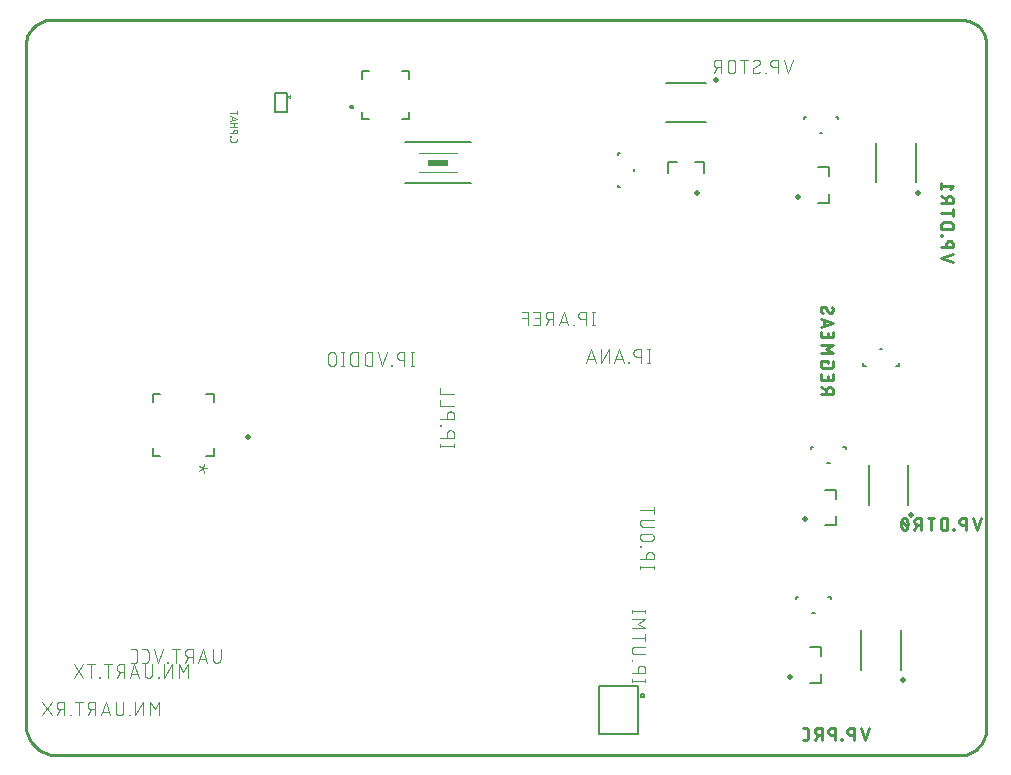
<source format=gbr>
G04 EAGLE Gerber RS-274X export*
G75*
%MOMM*%
%FSLAX34Y34*%
%LPD*%
%INSilkscreen Bottom*%
%IPPOS*%
%AMOC8*
5,1,8,0,0,1.08239X$1,22.5*%
G01*
%ADD10C,0.127000*%
%ADD11C,0.101600*%
%ADD12C,0.254000*%
%ADD13C,0.150000*%
%ADD14C,0.200000*%
%ADD15C,0.070000*%
%ADD16R,1.800000X0.600000*%
%ADD17R,1.100000X0.600000*%
%ADD18C,0.152400*%
%ADD19C,0.076200*%
%ADD20C,0.508000*%
%ADD21C,0.500000*%
%ADD22C,0.050800*%
%ADD23C,0.254000*%


D10*
X256550Y18100D02*
X289550Y18100D01*
X289550Y58100D01*
X256550Y58100D01*
X256550Y18100D01*
X292008Y50200D02*
X292010Y50275D01*
X292016Y50351D01*
X292026Y50426D01*
X292040Y50500D01*
X292057Y50573D01*
X292079Y50646D01*
X292104Y50717D01*
X292133Y50787D01*
X292165Y50855D01*
X292201Y50921D01*
X292241Y50985D01*
X292283Y51048D01*
X292329Y51107D01*
X292378Y51165D01*
X292430Y51220D01*
X292485Y51272D01*
X292543Y51321D01*
X292602Y51367D01*
X292665Y51409D01*
X292729Y51449D01*
X292795Y51485D01*
X292863Y51517D01*
X292933Y51546D01*
X293004Y51571D01*
X293077Y51593D01*
X293150Y51610D01*
X293224Y51624D01*
X293299Y51634D01*
X293375Y51640D01*
X293450Y51642D01*
X293525Y51640D01*
X293601Y51634D01*
X293676Y51624D01*
X293750Y51610D01*
X293823Y51593D01*
X293896Y51571D01*
X293967Y51546D01*
X294037Y51517D01*
X294105Y51485D01*
X294171Y51449D01*
X294235Y51409D01*
X294298Y51367D01*
X294357Y51321D01*
X294415Y51272D01*
X294470Y51220D01*
X294522Y51165D01*
X294571Y51107D01*
X294617Y51048D01*
X294659Y50985D01*
X294699Y50921D01*
X294735Y50855D01*
X294767Y50787D01*
X294796Y50717D01*
X294821Y50646D01*
X294843Y50573D01*
X294860Y50500D01*
X294874Y50426D01*
X294884Y50351D01*
X294890Y50275D01*
X294892Y50200D01*
X294890Y50125D01*
X294884Y50049D01*
X294874Y49974D01*
X294860Y49900D01*
X294843Y49827D01*
X294821Y49754D01*
X294796Y49683D01*
X294767Y49613D01*
X294735Y49545D01*
X294699Y49479D01*
X294659Y49415D01*
X294617Y49352D01*
X294571Y49293D01*
X294522Y49235D01*
X294470Y49180D01*
X294415Y49128D01*
X294357Y49079D01*
X294298Y49033D01*
X294235Y48991D01*
X294171Y48951D01*
X294105Y48915D01*
X294037Y48883D01*
X293967Y48854D01*
X293896Y48829D01*
X293823Y48807D01*
X293750Y48790D01*
X293676Y48776D01*
X293601Y48766D01*
X293525Y48760D01*
X293450Y48758D01*
X293375Y48760D01*
X293299Y48766D01*
X293224Y48776D01*
X293150Y48790D01*
X293077Y48807D01*
X293004Y48829D01*
X292933Y48854D01*
X292863Y48883D01*
X292795Y48915D01*
X292729Y48951D01*
X292665Y48991D01*
X292602Y49033D01*
X292543Y49079D01*
X292485Y49128D01*
X292430Y49180D01*
X292378Y49235D01*
X292329Y49293D01*
X292283Y49352D01*
X292241Y49415D01*
X292201Y49479D01*
X292165Y49545D01*
X292133Y49613D01*
X292104Y49683D01*
X292079Y49754D01*
X292057Y49827D01*
X292040Y49900D01*
X292026Y49974D01*
X292016Y50049D01*
X292010Y50125D01*
X292008Y50200D01*
D11*
X251923Y363728D02*
X251923Y375412D01*
X253221Y363728D02*
X250625Y363728D01*
X250625Y375412D02*
X253221Y375412D01*
X245474Y375412D02*
X245474Y363728D01*
X245474Y375412D02*
X242228Y375412D01*
X242115Y375410D01*
X242002Y375404D01*
X241889Y375394D01*
X241776Y375380D01*
X241664Y375363D01*
X241553Y375341D01*
X241443Y375316D01*
X241333Y375286D01*
X241225Y375253D01*
X241118Y375216D01*
X241012Y375176D01*
X240908Y375131D01*
X240805Y375083D01*
X240704Y375032D01*
X240605Y374977D01*
X240508Y374919D01*
X240413Y374857D01*
X240320Y374792D01*
X240230Y374724D01*
X240142Y374653D01*
X240056Y374578D01*
X239973Y374501D01*
X239893Y374421D01*
X239816Y374338D01*
X239741Y374252D01*
X239670Y374164D01*
X239602Y374074D01*
X239537Y373981D01*
X239475Y373886D01*
X239417Y373789D01*
X239362Y373690D01*
X239311Y373589D01*
X239263Y373486D01*
X239218Y373382D01*
X239178Y373276D01*
X239141Y373169D01*
X239108Y373061D01*
X239078Y372951D01*
X239053Y372841D01*
X239031Y372730D01*
X239014Y372618D01*
X239000Y372505D01*
X238990Y372392D01*
X238984Y372279D01*
X238982Y372166D01*
X238984Y372053D01*
X238990Y371940D01*
X239000Y371827D01*
X239014Y371714D01*
X239031Y371602D01*
X239053Y371491D01*
X239078Y371381D01*
X239108Y371271D01*
X239141Y371163D01*
X239178Y371056D01*
X239218Y370950D01*
X239263Y370846D01*
X239311Y370743D01*
X239362Y370642D01*
X239417Y370543D01*
X239475Y370446D01*
X239537Y370351D01*
X239602Y370258D01*
X239670Y370168D01*
X239741Y370080D01*
X239816Y369994D01*
X239893Y369911D01*
X239973Y369831D01*
X240056Y369754D01*
X240142Y369679D01*
X240230Y369608D01*
X240320Y369540D01*
X240413Y369475D01*
X240508Y369413D01*
X240605Y369355D01*
X240704Y369300D01*
X240805Y369249D01*
X240908Y369201D01*
X241012Y369156D01*
X241118Y369116D01*
X241225Y369079D01*
X241333Y369046D01*
X241443Y369016D01*
X241553Y368991D01*
X241664Y368969D01*
X241776Y368952D01*
X241889Y368938D01*
X242002Y368928D01*
X242115Y368922D01*
X242228Y368920D01*
X242228Y368921D02*
X245474Y368921D01*
X235102Y364377D02*
X235102Y363728D01*
X235102Y364377D02*
X234453Y364377D01*
X234453Y363728D01*
X235102Y363728D01*
X230672Y363728D02*
X226777Y375412D01*
X222882Y363728D01*
X223856Y366649D02*
X229698Y366649D01*
X218138Y363728D02*
X218138Y375412D01*
X214892Y375412D01*
X214779Y375410D01*
X214666Y375404D01*
X214553Y375394D01*
X214440Y375380D01*
X214328Y375363D01*
X214217Y375341D01*
X214107Y375316D01*
X213997Y375286D01*
X213889Y375253D01*
X213782Y375216D01*
X213676Y375176D01*
X213572Y375131D01*
X213469Y375083D01*
X213368Y375032D01*
X213269Y374977D01*
X213172Y374919D01*
X213077Y374857D01*
X212984Y374792D01*
X212894Y374724D01*
X212806Y374653D01*
X212720Y374578D01*
X212637Y374501D01*
X212557Y374421D01*
X212480Y374338D01*
X212405Y374252D01*
X212334Y374164D01*
X212266Y374074D01*
X212201Y373981D01*
X212139Y373886D01*
X212081Y373789D01*
X212026Y373690D01*
X211975Y373589D01*
X211927Y373486D01*
X211882Y373382D01*
X211842Y373276D01*
X211805Y373169D01*
X211772Y373061D01*
X211742Y372951D01*
X211717Y372841D01*
X211695Y372730D01*
X211678Y372618D01*
X211664Y372505D01*
X211654Y372392D01*
X211648Y372279D01*
X211646Y372166D01*
X211648Y372053D01*
X211654Y371940D01*
X211664Y371827D01*
X211678Y371714D01*
X211695Y371602D01*
X211717Y371491D01*
X211742Y371381D01*
X211772Y371271D01*
X211805Y371163D01*
X211842Y371056D01*
X211882Y370950D01*
X211927Y370846D01*
X211975Y370743D01*
X212026Y370642D01*
X212081Y370543D01*
X212139Y370446D01*
X212201Y370351D01*
X212266Y370258D01*
X212334Y370168D01*
X212405Y370080D01*
X212480Y369994D01*
X212557Y369911D01*
X212637Y369831D01*
X212720Y369754D01*
X212806Y369679D01*
X212894Y369608D01*
X212984Y369540D01*
X213077Y369475D01*
X213172Y369413D01*
X213269Y369355D01*
X213368Y369300D01*
X213469Y369249D01*
X213572Y369201D01*
X213676Y369156D01*
X213782Y369116D01*
X213889Y369079D01*
X213997Y369046D01*
X214107Y369016D01*
X214217Y368991D01*
X214328Y368969D01*
X214440Y368952D01*
X214553Y368938D01*
X214666Y368928D01*
X214779Y368922D01*
X214892Y368920D01*
X214892Y368921D02*
X218138Y368921D01*
X214243Y368921D02*
X211647Y363728D01*
X206378Y363728D02*
X201185Y363728D01*
X206378Y363728D02*
X206378Y375412D01*
X201185Y375412D01*
X202483Y370219D02*
X206378Y370219D01*
X196472Y375412D02*
X196472Y363728D01*
X196472Y375412D02*
X191279Y375412D01*
X191279Y370219D02*
X196472Y370219D01*
X98383Y341122D02*
X98383Y329438D01*
X99681Y329438D02*
X97084Y329438D01*
X97084Y341122D02*
X99681Y341122D01*
X91934Y341122D02*
X91934Y329438D01*
X91934Y341122D02*
X88688Y341122D01*
X88575Y341120D01*
X88462Y341114D01*
X88349Y341104D01*
X88236Y341090D01*
X88124Y341073D01*
X88013Y341051D01*
X87903Y341026D01*
X87793Y340996D01*
X87685Y340963D01*
X87578Y340926D01*
X87472Y340886D01*
X87368Y340841D01*
X87265Y340793D01*
X87164Y340742D01*
X87065Y340687D01*
X86968Y340629D01*
X86873Y340567D01*
X86780Y340502D01*
X86690Y340434D01*
X86602Y340363D01*
X86516Y340288D01*
X86433Y340211D01*
X86353Y340131D01*
X86276Y340048D01*
X86201Y339962D01*
X86130Y339874D01*
X86062Y339784D01*
X85997Y339691D01*
X85935Y339596D01*
X85877Y339499D01*
X85822Y339400D01*
X85771Y339299D01*
X85723Y339196D01*
X85678Y339092D01*
X85638Y338986D01*
X85601Y338879D01*
X85568Y338771D01*
X85538Y338661D01*
X85513Y338551D01*
X85491Y338440D01*
X85474Y338328D01*
X85460Y338215D01*
X85450Y338102D01*
X85444Y337989D01*
X85442Y337876D01*
X85444Y337763D01*
X85450Y337650D01*
X85460Y337537D01*
X85474Y337424D01*
X85491Y337312D01*
X85513Y337201D01*
X85538Y337091D01*
X85568Y336981D01*
X85601Y336873D01*
X85638Y336766D01*
X85678Y336660D01*
X85723Y336556D01*
X85771Y336453D01*
X85822Y336352D01*
X85877Y336253D01*
X85935Y336156D01*
X85997Y336061D01*
X86062Y335968D01*
X86130Y335878D01*
X86201Y335790D01*
X86276Y335704D01*
X86353Y335621D01*
X86433Y335541D01*
X86516Y335464D01*
X86602Y335389D01*
X86690Y335318D01*
X86780Y335250D01*
X86873Y335185D01*
X86968Y335123D01*
X87065Y335065D01*
X87164Y335010D01*
X87265Y334959D01*
X87368Y334911D01*
X87472Y334866D01*
X87578Y334826D01*
X87685Y334789D01*
X87793Y334756D01*
X87903Y334726D01*
X88013Y334701D01*
X88124Y334679D01*
X88236Y334662D01*
X88349Y334648D01*
X88462Y334638D01*
X88575Y334632D01*
X88688Y334630D01*
X88688Y334631D02*
X91934Y334631D01*
X81562Y330087D02*
X81562Y329438D01*
X81562Y330087D02*
X80913Y330087D01*
X80913Y329438D01*
X81562Y329438D01*
X73237Y329438D02*
X77131Y341122D01*
X69342Y341122D02*
X73237Y329438D01*
X64671Y329438D02*
X64671Y341122D01*
X61426Y341122D01*
X61313Y341120D01*
X61200Y341114D01*
X61087Y341104D01*
X60974Y341090D01*
X60862Y341073D01*
X60751Y341051D01*
X60641Y341026D01*
X60531Y340996D01*
X60423Y340963D01*
X60316Y340926D01*
X60210Y340886D01*
X60106Y340841D01*
X60003Y340793D01*
X59902Y340742D01*
X59803Y340687D01*
X59706Y340629D01*
X59611Y340567D01*
X59518Y340502D01*
X59428Y340434D01*
X59340Y340363D01*
X59254Y340288D01*
X59171Y340211D01*
X59091Y340131D01*
X59014Y340048D01*
X58939Y339962D01*
X58868Y339874D01*
X58800Y339784D01*
X58735Y339691D01*
X58673Y339596D01*
X58615Y339499D01*
X58560Y339400D01*
X58509Y339299D01*
X58461Y339196D01*
X58416Y339092D01*
X58376Y338986D01*
X58339Y338879D01*
X58306Y338771D01*
X58276Y338661D01*
X58251Y338551D01*
X58229Y338440D01*
X58212Y338328D01*
X58198Y338215D01*
X58188Y338102D01*
X58182Y337989D01*
X58180Y337876D01*
X58180Y332684D01*
X58182Y332571D01*
X58188Y332458D01*
X58198Y332345D01*
X58212Y332232D01*
X58229Y332120D01*
X58251Y332009D01*
X58276Y331899D01*
X58306Y331789D01*
X58339Y331681D01*
X58376Y331574D01*
X58416Y331468D01*
X58461Y331364D01*
X58509Y331261D01*
X58560Y331160D01*
X58615Y331061D01*
X58673Y330964D01*
X58735Y330869D01*
X58800Y330776D01*
X58868Y330686D01*
X58939Y330598D01*
X59014Y330512D01*
X59091Y330429D01*
X59171Y330349D01*
X59254Y330272D01*
X59340Y330197D01*
X59428Y330126D01*
X59518Y330058D01*
X59611Y329993D01*
X59706Y329931D01*
X59803Y329873D01*
X59902Y329818D01*
X60003Y329767D01*
X60106Y329719D01*
X60210Y329674D01*
X60316Y329634D01*
X60423Y329597D01*
X60531Y329564D01*
X60641Y329534D01*
X60751Y329509D01*
X60862Y329487D01*
X60974Y329470D01*
X61087Y329456D01*
X61200Y329446D01*
X61313Y329440D01*
X61426Y329438D01*
X64671Y329438D01*
X52479Y329438D02*
X52479Y341122D01*
X49234Y341122D01*
X49121Y341120D01*
X49008Y341114D01*
X48895Y341104D01*
X48782Y341090D01*
X48670Y341073D01*
X48559Y341051D01*
X48449Y341026D01*
X48339Y340996D01*
X48231Y340963D01*
X48124Y340926D01*
X48018Y340886D01*
X47914Y340841D01*
X47811Y340793D01*
X47710Y340742D01*
X47611Y340687D01*
X47514Y340629D01*
X47419Y340567D01*
X47326Y340502D01*
X47236Y340434D01*
X47148Y340363D01*
X47062Y340288D01*
X46979Y340211D01*
X46899Y340131D01*
X46822Y340048D01*
X46747Y339962D01*
X46676Y339874D01*
X46608Y339784D01*
X46543Y339691D01*
X46481Y339596D01*
X46423Y339499D01*
X46368Y339400D01*
X46317Y339299D01*
X46269Y339196D01*
X46224Y339092D01*
X46184Y338986D01*
X46147Y338879D01*
X46114Y338771D01*
X46084Y338661D01*
X46059Y338551D01*
X46037Y338440D01*
X46020Y338328D01*
X46006Y338215D01*
X45996Y338102D01*
X45990Y337989D01*
X45988Y337876D01*
X45988Y332684D01*
X45990Y332571D01*
X45996Y332458D01*
X46006Y332345D01*
X46020Y332232D01*
X46037Y332120D01*
X46059Y332009D01*
X46084Y331899D01*
X46114Y331789D01*
X46147Y331681D01*
X46184Y331574D01*
X46224Y331468D01*
X46269Y331364D01*
X46317Y331261D01*
X46368Y331160D01*
X46423Y331061D01*
X46481Y330964D01*
X46543Y330869D01*
X46608Y330776D01*
X46676Y330686D01*
X46747Y330598D01*
X46822Y330512D01*
X46899Y330429D01*
X46979Y330349D01*
X47062Y330272D01*
X47148Y330197D01*
X47236Y330126D01*
X47326Y330058D01*
X47419Y329993D01*
X47514Y329931D01*
X47611Y329873D01*
X47710Y329818D01*
X47811Y329767D01*
X47914Y329719D01*
X48018Y329674D01*
X48124Y329634D01*
X48231Y329597D01*
X48339Y329564D01*
X48449Y329534D01*
X48559Y329509D01*
X48670Y329487D01*
X48782Y329470D01*
X48895Y329456D01*
X49008Y329446D01*
X49121Y329440D01*
X49234Y329438D01*
X52479Y329438D01*
X39709Y329438D02*
X39709Y341122D01*
X41007Y329438D02*
X38411Y329438D01*
X38411Y341122D02*
X41007Y341122D01*
X33810Y337876D02*
X33810Y332684D01*
X33811Y337876D02*
X33809Y337989D01*
X33803Y338102D01*
X33793Y338215D01*
X33779Y338328D01*
X33762Y338440D01*
X33740Y338551D01*
X33715Y338661D01*
X33685Y338771D01*
X33652Y338879D01*
X33615Y338986D01*
X33575Y339092D01*
X33530Y339196D01*
X33482Y339299D01*
X33431Y339400D01*
X33376Y339499D01*
X33318Y339596D01*
X33256Y339691D01*
X33191Y339784D01*
X33123Y339874D01*
X33052Y339962D01*
X32977Y340048D01*
X32900Y340131D01*
X32820Y340211D01*
X32737Y340288D01*
X32651Y340363D01*
X32563Y340434D01*
X32473Y340502D01*
X32380Y340567D01*
X32285Y340629D01*
X32188Y340687D01*
X32089Y340742D01*
X31988Y340793D01*
X31885Y340841D01*
X31781Y340886D01*
X31675Y340926D01*
X31568Y340963D01*
X31460Y340996D01*
X31350Y341026D01*
X31240Y341051D01*
X31129Y341073D01*
X31017Y341090D01*
X30904Y341104D01*
X30791Y341114D01*
X30678Y341120D01*
X30565Y341122D01*
X30452Y341120D01*
X30339Y341114D01*
X30226Y341104D01*
X30113Y341090D01*
X30001Y341073D01*
X29890Y341051D01*
X29780Y341026D01*
X29670Y340996D01*
X29562Y340963D01*
X29455Y340926D01*
X29349Y340886D01*
X29245Y340841D01*
X29142Y340793D01*
X29041Y340742D01*
X28942Y340687D01*
X28845Y340629D01*
X28750Y340567D01*
X28657Y340502D01*
X28567Y340434D01*
X28479Y340363D01*
X28393Y340288D01*
X28310Y340211D01*
X28230Y340131D01*
X28153Y340048D01*
X28078Y339962D01*
X28007Y339874D01*
X27939Y339784D01*
X27874Y339691D01*
X27812Y339596D01*
X27754Y339499D01*
X27699Y339400D01*
X27648Y339299D01*
X27600Y339196D01*
X27555Y339092D01*
X27515Y338986D01*
X27478Y338879D01*
X27445Y338771D01*
X27415Y338661D01*
X27390Y338551D01*
X27368Y338440D01*
X27351Y338328D01*
X27337Y338215D01*
X27327Y338102D01*
X27321Y337989D01*
X27319Y337876D01*
X27319Y332684D01*
X27321Y332571D01*
X27327Y332458D01*
X27337Y332345D01*
X27351Y332232D01*
X27368Y332120D01*
X27390Y332009D01*
X27415Y331899D01*
X27445Y331789D01*
X27478Y331681D01*
X27515Y331574D01*
X27555Y331468D01*
X27600Y331364D01*
X27648Y331261D01*
X27699Y331160D01*
X27754Y331061D01*
X27812Y330964D01*
X27874Y330869D01*
X27939Y330776D01*
X28007Y330686D01*
X28078Y330598D01*
X28153Y330512D01*
X28230Y330429D01*
X28310Y330349D01*
X28393Y330272D01*
X28479Y330197D01*
X28567Y330126D01*
X28657Y330058D01*
X28750Y329993D01*
X28845Y329931D01*
X28942Y329873D01*
X29041Y329818D01*
X29142Y329767D01*
X29245Y329719D01*
X29349Y329674D01*
X29455Y329634D01*
X29562Y329597D01*
X29670Y329564D01*
X29780Y329534D01*
X29890Y329509D01*
X30001Y329487D01*
X30113Y329470D01*
X30226Y329456D01*
X30339Y329446D01*
X30452Y329440D01*
X30565Y329438D01*
X30678Y329440D01*
X30791Y329446D01*
X30904Y329456D01*
X31017Y329470D01*
X31129Y329487D01*
X31240Y329509D01*
X31350Y329534D01*
X31460Y329564D01*
X31568Y329597D01*
X31675Y329634D01*
X31781Y329674D01*
X31885Y329719D01*
X31988Y329767D01*
X32089Y329818D01*
X32188Y329873D01*
X32285Y329931D01*
X32380Y329993D01*
X32473Y330058D01*
X32563Y330126D01*
X32651Y330197D01*
X32737Y330272D01*
X32820Y330349D01*
X32900Y330429D01*
X32977Y330512D01*
X33052Y330598D01*
X33123Y330686D01*
X33191Y330776D01*
X33256Y330869D01*
X33318Y330964D01*
X33376Y331061D01*
X33431Y331160D01*
X33482Y331261D01*
X33530Y331364D01*
X33575Y331468D01*
X33615Y331574D01*
X33652Y331681D01*
X33685Y331789D01*
X33715Y331899D01*
X33740Y332009D01*
X33762Y332120D01*
X33779Y332232D01*
X33793Y332345D01*
X33803Y332458D01*
X33809Y332571D01*
X33811Y332684D01*
X298732Y331978D02*
X298732Y343662D01*
X300030Y331978D02*
X297434Y331978D01*
X297434Y343662D02*
X300030Y343662D01*
X292283Y343662D02*
X292283Y331978D01*
X292283Y343662D02*
X289038Y343662D01*
X288925Y343660D01*
X288812Y343654D01*
X288699Y343644D01*
X288586Y343630D01*
X288474Y343613D01*
X288363Y343591D01*
X288253Y343566D01*
X288143Y343536D01*
X288035Y343503D01*
X287928Y343466D01*
X287822Y343426D01*
X287718Y343381D01*
X287615Y343333D01*
X287514Y343282D01*
X287415Y343227D01*
X287318Y343169D01*
X287223Y343107D01*
X287130Y343042D01*
X287040Y342974D01*
X286952Y342903D01*
X286866Y342828D01*
X286783Y342751D01*
X286703Y342671D01*
X286626Y342588D01*
X286551Y342502D01*
X286480Y342414D01*
X286412Y342324D01*
X286347Y342231D01*
X286285Y342136D01*
X286227Y342039D01*
X286172Y341940D01*
X286121Y341839D01*
X286073Y341736D01*
X286028Y341632D01*
X285988Y341526D01*
X285951Y341419D01*
X285918Y341311D01*
X285888Y341201D01*
X285863Y341091D01*
X285841Y340980D01*
X285824Y340868D01*
X285810Y340755D01*
X285800Y340642D01*
X285794Y340529D01*
X285792Y340416D01*
X285794Y340303D01*
X285800Y340190D01*
X285810Y340077D01*
X285824Y339964D01*
X285841Y339852D01*
X285863Y339741D01*
X285888Y339631D01*
X285918Y339521D01*
X285951Y339413D01*
X285988Y339306D01*
X286028Y339200D01*
X286073Y339096D01*
X286121Y338993D01*
X286172Y338892D01*
X286227Y338793D01*
X286285Y338696D01*
X286347Y338601D01*
X286412Y338508D01*
X286480Y338418D01*
X286551Y338330D01*
X286626Y338244D01*
X286703Y338161D01*
X286783Y338081D01*
X286866Y338004D01*
X286952Y337929D01*
X287040Y337858D01*
X287130Y337790D01*
X287223Y337725D01*
X287318Y337663D01*
X287415Y337605D01*
X287514Y337550D01*
X287615Y337499D01*
X287718Y337451D01*
X287822Y337406D01*
X287928Y337366D01*
X288035Y337329D01*
X288143Y337296D01*
X288253Y337266D01*
X288363Y337241D01*
X288474Y337219D01*
X288586Y337202D01*
X288699Y337188D01*
X288812Y337178D01*
X288925Y337172D01*
X289038Y337170D01*
X289038Y337171D02*
X292283Y337171D01*
X281912Y332627D02*
X281912Y331978D01*
X281912Y332627D02*
X281263Y332627D01*
X281263Y331978D01*
X281912Y331978D01*
X277481Y331978D02*
X273586Y343662D01*
X269692Y331978D01*
X270665Y334899D02*
X276507Y334899D01*
X265021Y331978D02*
X265021Y343662D01*
X258530Y331978D01*
X258530Y343662D01*
X249964Y343662D02*
X253859Y331978D01*
X246070Y331978D02*
X249964Y343662D01*
X247043Y334899D02*
X252885Y334899D01*
X284226Y62865D02*
X295910Y62865D01*
X284226Y61567D02*
X284226Y64163D01*
X295910Y64163D02*
X295910Y61567D01*
X295910Y69314D02*
X284226Y69314D01*
X295910Y69314D02*
X295910Y72559D01*
X295908Y72672D01*
X295902Y72785D01*
X295892Y72898D01*
X295878Y73011D01*
X295861Y73123D01*
X295839Y73234D01*
X295814Y73344D01*
X295784Y73454D01*
X295751Y73562D01*
X295714Y73669D01*
X295674Y73775D01*
X295629Y73879D01*
X295581Y73982D01*
X295530Y74083D01*
X295475Y74182D01*
X295417Y74279D01*
X295355Y74374D01*
X295290Y74467D01*
X295222Y74557D01*
X295151Y74645D01*
X295076Y74731D01*
X294999Y74814D01*
X294919Y74894D01*
X294836Y74971D01*
X294750Y75046D01*
X294662Y75117D01*
X294572Y75185D01*
X294479Y75250D01*
X294384Y75312D01*
X294287Y75370D01*
X294188Y75425D01*
X294087Y75476D01*
X293984Y75524D01*
X293880Y75569D01*
X293774Y75609D01*
X293667Y75646D01*
X293559Y75679D01*
X293449Y75709D01*
X293339Y75734D01*
X293228Y75756D01*
X293116Y75773D01*
X293003Y75787D01*
X292890Y75797D01*
X292777Y75803D01*
X292664Y75805D01*
X292551Y75803D01*
X292438Y75797D01*
X292325Y75787D01*
X292212Y75773D01*
X292100Y75756D01*
X291989Y75734D01*
X291879Y75709D01*
X291769Y75679D01*
X291661Y75646D01*
X291554Y75609D01*
X291448Y75569D01*
X291344Y75524D01*
X291241Y75476D01*
X291140Y75425D01*
X291041Y75370D01*
X290944Y75312D01*
X290849Y75250D01*
X290756Y75185D01*
X290666Y75117D01*
X290578Y75046D01*
X290492Y74971D01*
X290409Y74894D01*
X290329Y74814D01*
X290252Y74731D01*
X290177Y74645D01*
X290106Y74557D01*
X290038Y74467D01*
X289973Y74374D01*
X289911Y74279D01*
X289853Y74182D01*
X289798Y74083D01*
X289747Y73982D01*
X289699Y73879D01*
X289654Y73775D01*
X289614Y73669D01*
X289577Y73562D01*
X289544Y73454D01*
X289514Y73344D01*
X289489Y73234D01*
X289467Y73123D01*
X289450Y73011D01*
X289436Y72898D01*
X289426Y72785D01*
X289420Y72672D01*
X289418Y72559D01*
X289419Y72559D02*
X289419Y69314D01*
X284875Y79685D02*
X284226Y79685D01*
X284875Y79685D02*
X284875Y80335D01*
X284226Y80335D01*
X284226Y79685D01*
X287472Y85146D02*
X295910Y85146D01*
X287472Y85146D02*
X287359Y85148D01*
X287246Y85154D01*
X287133Y85164D01*
X287020Y85178D01*
X286908Y85195D01*
X286797Y85217D01*
X286687Y85242D01*
X286577Y85272D01*
X286469Y85305D01*
X286362Y85342D01*
X286256Y85382D01*
X286152Y85427D01*
X286049Y85475D01*
X285948Y85526D01*
X285849Y85581D01*
X285752Y85639D01*
X285657Y85701D01*
X285564Y85766D01*
X285474Y85834D01*
X285386Y85905D01*
X285300Y85980D01*
X285217Y86057D01*
X285137Y86137D01*
X285060Y86220D01*
X284985Y86306D01*
X284914Y86394D01*
X284846Y86484D01*
X284781Y86577D01*
X284719Y86672D01*
X284661Y86769D01*
X284606Y86868D01*
X284555Y86969D01*
X284507Y87072D01*
X284462Y87176D01*
X284422Y87282D01*
X284385Y87389D01*
X284352Y87497D01*
X284322Y87607D01*
X284297Y87717D01*
X284275Y87828D01*
X284258Y87940D01*
X284244Y88053D01*
X284234Y88166D01*
X284228Y88279D01*
X284226Y88392D01*
X284228Y88505D01*
X284234Y88618D01*
X284244Y88731D01*
X284258Y88844D01*
X284275Y88956D01*
X284297Y89067D01*
X284322Y89177D01*
X284352Y89287D01*
X284385Y89395D01*
X284422Y89502D01*
X284462Y89608D01*
X284507Y89712D01*
X284555Y89815D01*
X284606Y89916D01*
X284661Y90015D01*
X284719Y90112D01*
X284781Y90207D01*
X284846Y90300D01*
X284914Y90390D01*
X284985Y90478D01*
X285060Y90564D01*
X285137Y90647D01*
X285217Y90727D01*
X285300Y90804D01*
X285386Y90879D01*
X285474Y90950D01*
X285564Y91018D01*
X285657Y91083D01*
X285752Y91145D01*
X285849Y91203D01*
X285948Y91258D01*
X286049Y91309D01*
X286152Y91357D01*
X286256Y91402D01*
X286362Y91442D01*
X286469Y91479D01*
X286577Y91512D01*
X286687Y91542D01*
X286797Y91567D01*
X286908Y91589D01*
X287020Y91606D01*
X287133Y91620D01*
X287246Y91630D01*
X287359Y91636D01*
X287472Y91638D01*
X295910Y91638D01*
X295910Y99441D02*
X284226Y99441D01*
X295910Y96195D02*
X295910Y102687D01*
X295910Y107357D02*
X284226Y107357D01*
X289419Y111252D02*
X295910Y107357D01*
X289419Y111252D02*
X295910Y115147D01*
X284226Y115147D01*
X284226Y121539D02*
X295910Y121539D01*
X284226Y120241D02*
X284226Y122837D01*
X295910Y122837D02*
X295910Y120241D01*
X291338Y159173D02*
X303022Y159173D01*
X291338Y157875D02*
X291338Y160472D01*
X303022Y160472D02*
X303022Y157875D01*
X303022Y165622D02*
X291338Y165622D01*
X303022Y165622D02*
X303022Y168868D01*
X303020Y168981D01*
X303014Y169094D01*
X303004Y169207D01*
X302990Y169320D01*
X302973Y169432D01*
X302951Y169543D01*
X302926Y169653D01*
X302896Y169763D01*
X302863Y169871D01*
X302826Y169978D01*
X302786Y170084D01*
X302741Y170188D01*
X302693Y170291D01*
X302642Y170392D01*
X302587Y170491D01*
X302529Y170588D01*
X302467Y170683D01*
X302402Y170776D01*
X302334Y170866D01*
X302263Y170954D01*
X302188Y171040D01*
X302111Y171123D01*
X302031Y171203D01*
X301948Y171280D01*
X301862Y171355D01*
X301774Y171426D01*
X301684Y171494D01*
X301591Y171559D01*
X301496Y171621D01*
X301399Y171679D01*
X301300Y171734D01*
X301199Y171785D01*
X301096Y171833D01*
X300992Y171878D01*
X300886Y171918D01*
X300779Y171955D01*
X300671Y171988D01*
X300561Y172018D01*
X300451Y172043D01*
X300340Y172065D01*
X300228Y172082D01*
X300115Y172096D01*
X300002Y172106D01*
X299889Y172112D01*
X299776Y172114D01*
X299663Y172112D01*
X299550Y172106D01*
X299437Y172096D01*
X299324Y172082D01*
X299212Y172065D01*
X299101Y172043D01*
X298991Y172018D01*
X298881Y171988D01*
X298773Y171955D01*
X298666Y171918D01*
X298560Y171878D01*
X298456Y171833D01*
X298353Y171785D01*
X298252Y171734D01*
X298153Y171679D01*
X298056Y171621D01*
X297961Y171559D01*
X297868Y171494D01*
X297778Y171426D01*
X297690Y171355D01*
X297604Y171280D01*
X297521Y171203D01*
X297441Y171123D01*
X297364Y171040D01*
X297289Y170954D01*
X297218Y170866D01*
X297150Y170776D01*
X297085Y170683D01*
X297023Y170588D01*
X296965Y170491D01*
X296910Y170392D01*
X296859Y170291D01*
X296811Y170188D01*
X296766Y170084D01*
X296726Y169978D01*
X296689Y169871D01*
X296656Y169763D01*
X296626Y169653D01*
X296601Y169543D01*
X296579Y169432D01*
X296562Y169320D01*
X296548Y169207D01*
X296538Y169094D01*
X296532Y168981D01*
X296530Y168868D01*
X296531Y168868D02*
X296531Y165622D01*
X291987Y175994D02*
X291338Y175994D01*
X291987Y175994D02*
X291987Y176643D01*
X291338Y176643D01*
X291338Y175994D01*
X294584Y181074D02*
X299776Y181074D01*
X299776Y181073D02*
X299889Y181075D01*
X300002Y181081D01*
X300115Y181091D01*
X300228Y181105D01*
X300340Y181122D01*
X300451Y181144D01*
X300561Y181169D01*
X300671Y181199D01*
X300779Y181232D01*
X300886Y181269D01*
X300992Y181309D01*
X301096Y181354D01*
X301199Y181402D01*
X301300Y181453D01*
X301399Y181508D01*
X301496Y181566D01*
X301591Y181628D01*
X301684Y181693D01*
X301774Y181761D01*
X301862Y181832D01*
X301948Y181907D01*
X302031Y181984D01*
X302111Y182064D01*
X302188Y182147D01*
X302263Y182233D01*
X302334Y182321D01*
X302402Y182411D01*
X302467Y182504D01*
X302529Y182599D01*
X302587Y182696D01*
X302642Y182795D01*
X302693Y182896D01*
X302741Y182999D01*
X302786Y183103D01*
X302826Y183209D01*
X302863Y183316D01*
X302896Y183424D01*
X302926Y183534D01*
X302951Y183644D01*
X302973Y183755D01*
X302990Y183867D01*
X303004Y183980D01*
X303014Y184093D01*
X303020Y184206D01*
X303022Y184319D01*
X303020Y184432D01*
X303014Y184545D01*
X303004Y184658D01*
X302990Y184771D01*
X302973Y184883D01*
X302951Y184994D01*
X302926Y185104D01*
X302896Y185214D01*
X302863Y185322D01*
X302826Y185429D01*
X302786Y185535D01*
X302741Y185639D01*
X302693Y185742D01*
X302642Y185843D01*
X302587Y185942D01*
X302529Y186039D01*
X302467Y186134D01*
X302402Y186227D01*
X302334Y186317D01*
X302263Y186405D01*
X302188Y186491D01*
X302111Y186574D01*
X302031Y186654D01*
X301948Y186731D01*
X301862Y186806D01*
X301774Y186877D01*
X301684Y186945D01*
X301591Y187010D01*
X301496Y187072D01*
X301399Y187130D01*
X301300Y187185D01*
X301199Y187236D01*
X301096Y187284D01*
X300992Y187329D01*
X300886Y187369D01*
X300779Y187406D01*
X300671Y187439D01*
X300561Y187469D01*
X300451Y187494D01*
X300340Y187516D01*
X300228Y187533D01*
X300115Y187547D01*
X300002Y187557D01*
X299889Y187563D01*
X299776Y187565D01*
X294584Y187565D01*
X294471Y187563D01*
X294358Y187557D01*
X294245Y187547D01*
X294132Y187533D01*
X294020Y187516D01*
X293909Y187494D01*
X293799Y187469D01*
X293689Y187439D01*
X293581Y187406D01*
X293474Y187369D01*
X293368Y187329D01*
X293264Y187284D01*
X293161Y187236D01*
X293060Y187185D01*
X292961Y187130D01*
X292864Y187072D01*
X292769Y187010D01*
X292676Y186945D01*
X292586Y186877D01*
X292498Y186806D01*
X292412Y186731D01*
X292329Y186654D01*
X292249Y186574D01*
X292172Y186491D01*
X292097Y186405D01*
X292026Y186317D01*
X291958Y186227D01*
X291893Y186134D01*
X291831Y186039D01*
X291773Y185942D01*
X291718Y185843D01*
X291667Y185742D01*
X291619Y185639D01*
X291574Y185535D01*
X291534Y185429D01*
X291497Y185322D01*
X291464Y185214D01*
X291434Y185104D01*
X291409Y184994D01*
X291387Y184883D01*
X291370Y184771D01*
X291356Y184658D01*
X291346Y184545D01*
X291340Y184432D01*
X291338Y184319D01*
X291340Y184206D01*
X291346Y184093D01*
X291356Y183980D01*
X291370Y183867D01*
X291387Y183755D01*
X291409Y183644D01*
X291434Y183534D01*
X291464Y183424D01*
X291497Y183316D01*
X291534Y183209D01*
X291574Y183103D01*
X291619Y182999D01*
X291667Y182896D01*
X291718Y182795D01*
X291773Y182696D01*
X291831Y182599D01*
X291893Y182504D01*
X291958Y182411D01*
X292026Y182321D01*
X292097Y182233D01*
X292172Y182147D01*
X292249Y182064D01*
X292329Y181984D01*
X292412Y181907D01*
X292498Y181832D01*
X292586Y181761D01*
X292676Y181693D01*
X292769Y181628D01*
X292864Y181566D01*
X292961Y181508D01*
X293060Y181453D01*
X293161Y181402D01*
X293264Y181354D01*
X293368Y181309D01*
X293474Y181269D01*
X293581Y181232D01*
X293689Y181199D01*
X293799Y181169D01*
X293909Y181144D01*
X294020Y181122D01*
X294132Y181105D01*
X294245Y181091D01*
X294358Y181081D01*
X294471Y181075D01*
X294584Y181073D01*
X294584Y192885D02*
X303022Y192885D01*
X294584Y192884D02*
X294471Y192886D01*
X294358Y192892D01*
X294245Y192902D01*
X294132Y192916D01*
X294020Y192933D01*
X293909Y192955D01*
X293799Y192980D01*
X293689Y193010D01*
X293581Y193043D01*
X293474Y193080D01*
X293368Y193120D01*
X293264Y193165D01*
X293161Y193213D01*
X293060Y193264D01*
X292961Y193319D01*
X292864Y193377D01*
X292769Y193439D01*
X292676Y193504D01*
X292586Y193572D01*
X292498Y193643D01*
X292412Y193718D01*
X292329Y193795D01*
X292249Y193875D01*
X292172Y193958D01*
X292097Y194044D01*
X292026Y194132D01*
X291958Y194222D01*
X291893Y194315D01*
X291831Y194410D01*
X291773Y194507D01*
X291718Y194606D01*
X291667Y194707D01*
X291619Y194810D01*
X291574Y194914D01*
X291534Y195020D01*
X291497Y195127D01*
X291464Y195235D01*
X291434Y195345D01*
X291409Y195455D01*
X291387Y195566D01*
X291370Y195678D01*
X291356Y195791D01*
X291346Y195904D01*
X291340Y196017D01*
X291338Y196130D01*
X291340Y196243D01*
X291346Y196356D01*
X291356Y196469D01*
X291370Y196582D01*
X291387Y196694D01*
X291409Y196805D01*
X291434Y196915D01*
X291464Y197025D01*
X291497Y197133D01*
X291534Y197240D01*
X291574Y197346D01*
X291619Y197450D01*
X291667Y197553D01*
X291718Y197654D01*
X291773Y197753D01*
X291831Y197850D01*
X291893Y197945D01*
X291958Y198038D01*
X292026Y198128D01*
X292097Y198216D01*
X292172Y198302D01*
X292249Y198385D01*
X292329Y198465D01*
X292412Y198542D01*
X292498Y198617D01*
X292586Y198688D01*
X292676Y198756D01*
X292769Y198821D01*
X292864Y198883D01*
X292961Y198941D01*
X293060Y198996D01*
X293161Y199047D01*
X293264Y199095D01*
X293368Y199140D01*
X293474Y199180D01*
X293581Y199217D01*
X293689Y199250D01*
X293799Y199280D01*
X293909Y199305D01*
X294020Y199327D01*
X294132Y199344D01*
X294245Y199358D01*
X294358Y199368D01*
X294471Y199374D01*
X294584Y199376D01*
X303022Y199376D01*
X303022Y207179D02*
X291338Y207179D01*
X303022Y203934D02*
X303022Y210425D01*
X134112Y261983D02*
X122428Y261983D01*
X122428Y260685D02*
X122428Y263281D01*
X134112Y263281D02*
X134112Y260685D01*
X134112Y268432D02*
X122428Y268432D01*
X134112Y268432D02*
X134112Y271677D01*
X134110Y271790D01*
X134104Y271903D01*
X134094Y272016D01*
X134080Y272129D01*
X134063Y272241D01*
X134041Y272352D01*
X134016Y272462D01*
X133986Y272572D01*
X133953Y272680D01*
X133916Y272787D01*
X133876Y272893D01*
X133831Y272997D01*
X133783Y273100D01*
X133732Y273201D01*
X133677Y273300D01*
X133619Y273397D01*
X133557Y273492D01*
X133492Y273585D01*
X133424Y273675D01*
X133353Y273763D01*
X133278Y273849D01*
X133201Y273932D01*
X133121Y274012D01*
X133038Y274089D01*
X132952Y274164D01*
X132864Y274235D01*
X132774Y274303D01*
X132681Y274368D01*
X132586Y274430D01*
X132489Y274488D01*
X132390Y274543D01*
X132289Y274594D01*
X132186Y274642D01*
X132082Y274687D01*
X131976Y274727D01*
X131869Y274764D01*
X131761Y274797D01*
X131651Y274827D01*
X131541Y274852D01*
X131430Y274874D01*
X131318Y274891D01*
X131205Y274905D01*
X131092Y274915D01*
X130979Y274921D01*
X130866Y274923D01*
X130753Y274921D01*
X130640Y274915D01*
X130527Y274905D01*
X130414Y274891D01*
X130302Y274874D01*
X130191Y274852D01*
X130081Y274827D01*
X129971Y274797D01*
X129863Y274764D01*
X129756Y274727D01*
X129650Y274687D01*
X129546Y274642D01*
X129443Y274594D01*
X129342Y274543D01*
X129243Y274488D01*
X129146Y274430D01*
X129051Y274368D01*
X128958Y274303D01*
X128868Y274235D01*
X128780Y274164D01*
X128694Y274089D01*
X128611Y274012D01*
X128531Y273932D01*
X128454Y273849D01*
X128379Y273763D01*
X128308Y273675D01*
X128240Y273585D01*
X128175Y273492D01*
X128113Y273397D01*
X128055Y273300D01*
X128000Y273201D01*
X127949Y273100D01*
X127901Y272997D01*
X127856Y272893D01*
X127816Y272787D01*
X127779Y272680D01*
X127746Y272572D01*
X127716Y272462D01*
X127691Y272352D01*
X127669Y272241D01*
X127652Y272129D01*
X127638Y272016D01*
X127628Y271903D01*
X127622Y271790D01*
X127620Y271677D01*
X127621Y271677D02*
X127621Y268432D01*
X123077Y278803D02*
X122428Y278803D01*
X123077Y278803D02*
X123077Y279452D01*
X122428Y279452D01*
X122428Y278803D01*
X122428Y284433D02*
X134112Y284433D01*
X134112Y287679D01*
X134110Y287792D01*
X134104Y287905D01*
X134094Y288018D01*
X134080Y288131D01*
X134063Y288243D01*
X134041Y288354D01*
X134016Y288464D01*
X133986Y288574D01*
X133953Y288682D01*
X133916Y288789D01*
X133876Y288895D01*
X133831Y288999D01*
X133783Y289102D01*
X133732Y289203D01*
X133677Y289302D01*
X133619Y289399D01*
X133557Y289494D01*
X133492Y289587D01*
X133424Y289677D01*
X133353Y289765D01*
X133278Y289851D01*
X133201Y289934D01*
X133121Y290014D01*
X133038Y290091D01*
X132952Y290166D01*
X132864Y290237D01*
X132774Y290305D01*
X132681Y290370D01*
X132586Y290432D01*
X132489Y290490D01*
X132390Y290545D01*
X132289Y290596D01*
X132186Y290644D01*
X132082Y290689D01*
X131976Y290729D01*
X131869Y290766D01*
X131761Y290799D01*
X131651Y290829D01*
X131541Y290854D01*
X131430Y290876D01*
X131318Y290893D01*
X131205Y290907D01*
X131092Y290917D01*
X130979Y290923D01*
X130866Y290925D01*
X130753Y290923D01*
X130640Y290917D01*
X130527Y290907D01*
X130414Y290893D01*
X130302Y290876D01*
X130191Y290854D01*
X130081Y290829D01*
X129971Y290799D01*
X129863Y290766D01*
X129756Y290729D01*
X129650Y290689D01*
X129546Y290644D01*
X129443Y290596D01*
X129342Y290545D01*
X129243Y290490D01*
X129146Y290432D01*
X129051Y290370D01*
X128958Y290305D01*
X128868Y290237D01*
X128780Y290166D01*
X128694Y290091D01*
X128611Y290014D01*
X128531Y289934D01*
X128454Y289851D01*
X128379Y289765D01*
X128308Y289677D01*
X128240Y289587D01*
X128175Y289494D01*
X128113Y289399D01*
X128055Y289302D01*
X128000Y289203D01*
X127949Y289102D01*
X127901Y288999D01*
X127856Y288895D01*
X127816Y288789D01*
X127779Y288682D01*
X127746Y288574D01*
X127716Y288464D01*
X127691Y288354D01*
X127669Y288243D01*
X127652Y288131D01*
X127638Y288018D01*
X127628Y287905D01*
X127622Y287792D01*
X127620Y287679D01*
X127621Y287679D02*
X127621Y284433D01*
X122428Y295717D02*
X134112Y295717D01*
X122428Y295717D02*
X122428Y300910D01*
X122428Y305623D02*
X134112Y305623D01*
X122428Y305623D02*
X122428Y310816D01*
D12*
X485047Y22860D02*
X481661Y12700D01*
X478274Y22860D01*
X472376Y22860D02*
X472376Y12700D01*
X472376Y22860D02*
X469553Y22860D01*
X469447Y22858D01*
X469342Y22852D01*
X469237Y22842D01*
X469132Y22828D01*
X469028Y22811D01*
X468925Y22789D01*
X468823Y22764D01*
X468721Y22735D01*
X468621Y22702D01*
X468522Y22665D01*
X468425Y22625D01*
X468329Y22581D01*
X468234Y22533D01*
X468142Y22482D01*
X468052Y22427D01*
X467963Y22370D01*
X467877Y22309D01*
X467794Y22244D01*
X467712Y22177D01*
X467634Y22107D01*
X467558Y22033D01*
X467484Y21957D01*
X467414Y21879D01*
X467347Y21797D01*
X467282Y21714D01*
X467221Y21628D01*
X467164Y21539D01*
X467109Y21449D01*
X467058Y21357D01*
X467010Y21262D01*
X466966Y21166D01*
X466926Y21069D01*
X466889Y20970D01*
X466856Y20870D01*
X466827Y20768D01*
X466802Y20666D01*
X466780Y20563D01*
X466763Y20459D01*
X466749Y20354D01*
X466739Y20249D01*
X466733Y20144D01*
X466731Y20038D01*
X466733Y19932D01*
X466739Y19827D01*
X466749Y19722D01*
X466763Y19617D01*
X466780Y19513D01*
X466802Y19410D01*
X466827Y19308D01*
X466856Y19206D01*
X466889Y19106D01*
X466926Y19007D01*
X466966Y18910D01*
X467010Y18814D01*
X467058Y18719D01*
X467109Y18627D01*
X467164Y18537D01*
X467221Y18448D01*
X467282Y18362D01*
X467347Y18279D01*
X467414Y18197D01*
X467484Y18119D01*
X467558Y18043D01*
X467634Y17969D01*
X467712Y17899D01*
X467794Y17832D01*
X467877Y17767D01*
X467963Y17706D01*
X468052Y17649D01*
X468142Y17594D01*
X468234Y17543D01*
X468329Y17495D01*
X468425Y17451D01*
X468522Y17411D01*
X468621Y17374D01*
X468721Y17341D01*
X468823Y17312D01*
X468925Y17287D01*
X469028Y17265D01*
X469132Y17248D01*
X469237Y17234D01*
X469342Y17224D01*
X469447Y17218D01*
X469553Y17216D01*
X472376Y17216D01*
X462512Y13264D02*
X462512Y12700D01*
X462512Y13264D02*
X461948Y13264D01*
X461948Y12700D01*
X462512Y12700D01*
X456374Y12700D02*
X456374Y22860D01*
X453551Y22860D01*
X453445Y22858D01*
X453340Y22852D01*
X453235Y22842D01*
X453130Y22828D01*
X453026Y22811D01*
X452923Y22789D01*
X452821Y22764D01*
X452719Y22735D01*
X452619Y22702D01*
X452520Y22665D01*
X452423Y22625D01*
X452327Y22581D01*
X452232Y22533D01*
X452140Y22482D01*
X452050Y22427D01*
X451961Y22370D01*
X451875Y22309D01*
X451792Y22244D01*
X451710Y22177D01*
X451632Y22107D01*
X451556Y22033D01*
X451482Y21957D01*
X451412Y21879D01*
X451345Y21797D01*
X451280Y21714D01*
X451219Y21628D01*
X451162Y21539D01*
X451107Y21449D01*
X451056Y21357D01*
X451008Y21262D01*
X450964Y21166D01*
X450924Y21069D01*
X450887Y20970D01*
X450854Y20870D01*
X450825Y20768D01*
X450800Y20666D01*
X450778Y20563D01*
X450761Y20459D01*
X450747Y20354D01*
X450737Y20249D01*
X450731Y20144D01*
X450729Y20038D01*
X450731Y19932D01*
X450737Y19827D01*
X450747Y19722D01*
X450761Y19617D01*
X450778Y19513D01*
X450800Y19410D01*
X450825Y19308D01*
X450854Y19206D01*
X450887Y19106D01*
X450924Y19007D01*
X450964Y18910D01*
X451008Y18814D01*
X451056Y18719D01*
X451107Y18627D01*
X451162Y18537D01*
X451219Y18448D01*
X451280Y18362D01*
X451345Y18279D01*
X451412Y18197D01*
X451482Y18119D01*
X451556Y18043D01*
X451632Y17969D01*
X451710Y17899D01*
X451792Y17832D01*
X451875Y17767D01*
X451961Y17706D01*
X452050Y17649D01*
X452140Y17594D01*
X452232Y17543D01*
X452327Y17495D01*
X452423Y17451D01*
X452520Y17411D01*
X452619Y17374D01*
X452719Y17341D01*
X452821Y17312D01*
X452923Y17287D01*
X453026Y17265D01*
X453130Y17248D01*
X453235Y17234D01*
X453340Y17224D01*
X453445Y17218D01*
X453551Y17216D01*
X456374Y17216D01*
X445111Y12700D02*
X445111Y22860D01*
X442289Y22860D01*
X442183Y22858D01*
X442078Y22852D01*
X441973Y22842D01*
X441868Y22828D01*
X441764Y22811D01*
X441661Y22789D01*
X441559Y22764D01*
X441457Y22735D01*
X441357Y22702D01*
X441258Y22665D01*
X441161Y22625D01*
X441065Y22581D01*
X440970Y22533D01*
X440878Y22482D01*
X440788Y22427D01*
X440699Y22370D01*
X440613Y22309D01*
X440530Y22244D01*
X440448Y22177D01*
X440370Y22107D01*
X440294Y22033D01*
X440220Y21957D01*
X440150Y21879D01*
X440083Y21797D01*
X440018Y21714D01*
X439957Y21628D01*
X439900Y21539D01*
X439845Y21449D01*
X439794Y21357D01*
X439746Y21262D01*
X439702Y21166D01*
X439662Y21069D01*
X439625Y20970D01*
X439592Y20870D01*
X439563Y20768D01*
X439538Y20666D01*
X439516Y20563D01*
X439499Y20459D01*
X439485Y20354D01*
X439475Y20249D01*
X439469Y20144D01*
X439467Y20038D01*
X439469Y19932D01*
X439475Y19827D01*
X439485Y19722D01*
X439499Y19617D01*
X439516Y19513D01*
X439538Y19410D01*
X439563Y19308D01*
X439592Y19206D01*
X439625Y19106D01*
X439662Y19007D01*
X439702Y18910D01*
X439746Y18814D01*
X439794Y18719D01*
X439845Y18627D01*
X439900Y18537D01*
X439957Y18448D01*
X440018Y18362D01*
X440083Y18279D01*
X440150Y18197D01*
X440220Y18119D01*
X440294Y18043D01*
X440370Y17969D01*
X440448Y17899D01*
X440530Y17832D01*
X440613Y17767D01*
X440699Y17706D01*
X440788Y17649D01*
X440878Y17594D01*
X440970Y17543D01*
X441065Y17495D01*
X441161Y17451D01*
X441258Y17411D01*
X441357Y17374D01*
X441457Y17341D01*
X441559Y17312D01*
X441661Y17287D01*
X441764Y17265D01*
X441868Y17248D01*
X441973Y17234D01*
X442078Y17224D01*
X442183Y17218D01*
X442289Y17216D01*
X445111Y17216D01*
X441725Y17216D02*
X439467Y12700D01*
X431610Y12700D02*
X429353Y12700D01*
X431610Y12700D02*
X431703Y12702D01*
X431796Y12708D01*
X431889Y12717D01*
X431982Y12731D01*
X432073Y12748D01*
X432164Y12769D01*
X432254Y12794D01*
X432343Y12822D01*
X432431Y12854D01*
X432517Y12890D01*
X432602Y12929D01*
X432685Y12972D01*
X432766Y13018D01*
X432845Y13068D01*
X432922Y13120D01*
X432997Y13176D01*
X433069Y13235D01*
X433139Y13297D01*
X433207Y13361D01*
X433271Y13429D01*
X433333Y13499D01*
X433392Y13571D01*
X433448Y13646D01*
X433500Y13723D01*
X433550Y13802D01*
X433596Y13883D01*
X433639Y13966D01*
X433678Y14051D01*
X433714Y14137D01*
X433746Y14225D01*
X433774Y14314D01*
X433799Y14404D01*
X433820Y14495D01*
X433837Y14586D01*
X433851Y14679D01*
X433860Y14772D01*
X433866Y14865D01*
X433868Y14958D01*
X433868Y20602D01*
X433866Y20695D01*
X433860Y20788D01*
X433851Y20881D01*
X433837Y20974D01*
X433820Y21065D01*
X433799Y21156D01*
X433774Y21246D01*
X433746Y21335D01*
X433714Y21423D01*
X433678Y21509D01*
X433639Y21594D01*
X433596Y21677D01*
X433550Y21758D01*
X433500Y21837D01*
X433448Y21914D01*
X433392Y21989D01*
X433333Y22061D01*
X433271Y22131D01*
X433207Y22199D01*
X433139Y22263D01*
X433069Y22325D01*
X432997Y22384D01*
X432922Y22440D01*
X432845Y22492D01*
X432766Y22542D01*
X432685Y22588D01*
X432602Y22631D01*
X432517Y22670D01*
X432431Y22706D01*
X432343Y22738D01*
X432254Y22766D01*
X432164Y22791D01*
X432073Y22812D01*
X431982Y22829D01*
X431889Y22843D01*
X431796Y22852D01*
X431703Y22858D01*
X431610Y22860D01*
X429353Y22860D01*
X556260Y417075D02*
X546100Y420462D01*
X556260Y423848D01*
X556260Y429747D02*
X546100Y429747D01*
X556260Y429747D02*
X556260Y432569D01*
X556258Y432675D01*
X556252Y432780D01*
X556242Y432885D01*
X556228Y432990D01*
X556211Y433094D01*
X556189Y433197D01*
X556164Y433299D01*
X556135Y433401D01*
X556102Y433501D01*
X556065Y433600D01*
X556025Y433697D01*
X555981Y433793D01*
X555933Y433888D01*
X555882Y433980D01*
X555827Y434070D01*
X555770Y434159D01*
X555709Y434245D01*
X555644Y434328D01*
X555577Y434410D01*
X555507Y434488D01*
X555433Y434564D01*
X555357Y434638D01*
X555279Y434708D01*
X555197Y434775D01*
X555114Y434840D01*
X555028Y434901D01*
X554939Y434958D01*
X554849Y435013D01*
X554757Y435064D01*
X554662Y435112D01*
X554566Y435156D01*
X554469Y435196D01*
X554370Y435233D01*
X554270Y435266D01*
X554168Y435295D01*
X554066Y435320D01*
X553963Y435342D01*
X553859Y435359D01*
X553754Y435373D01*
X553649Y435383D01*
X553544Y435389D01*
X553438Y435391D01*
X553332Y435389D01*
X553227Y435383D01*
X553122Y435373D01*
X553017Y435359D01*
X552913Y435342D01*
X552810Y435320D01*
X552708Y435295D01*
X552606Y435266D01*
X552506Y435233D01*
X552407Y435196D01*
X552310Y435156D01*
X552214Y435112D01*
X552119Y435064D01*
X552027Y435013D01*
X551937Y434958D01*
X551848Y434901D01*
X551762Y434840D01*
X551679Y434775D01*
X551597Y434708D01*
X551519Y434638D01*
X551443Y434564D01*
X551369Y434488D01*
X551299Y434410D01*
X551232Y434328D01*
X551167Y434245D01*
X551106Y434159D01*
X551049Y434070D01*
X550994Y433980D01*
X550943Y433888D01*
X550895Y433793D01*
X550851Y433697D01*
X550811Y433600D01*
X550774Y433501D01*
X550741Y433401D01*
X550712Y433299D01*
X550687Y433197D01*
X550665Y433094D01*
X550648Y432990D01*
X550634Y432885D01*
X550624Y432780D01*
X550618Y432675D01*
X550616Y432569D01*
X550616Y429747D01*
X546664Y439611D02*
X546100Y439611D01*
X546664Y439611D02*
X546664Y440175D01*
X546100Y440175D01*
X546100Y439611D01*
X546100Y445453D02*
X556260Y445453D01*
X556260Y448275D01*
X556258Y448381D01*
X556252Y448486D01*
X556242Y448591D01*
X556228Y448696D01*
X556211Y448800D01*
X556189Y448903D01*
X556164Y449005D01*
X556135Y449107D01*
X556102Y449207D01*
X556065Y449306D01*
X556025Y449404D01*
X555981Y449499D01*
X555933Y449594D01*
X555882Y449686D01*
X555827Y449776D01*
X555770Y449865D01*
X555709Y449951D01*
X555644Y450034D01*
X555577Y450116D01*
X555507Y450194D01*
X555433Y450270D01*
X555357Y450344D01*
X555279Y450414D01*
X555197Y450481D01*
X555114Y450546D01*
X555028Y450607D01*
X554939Y450664D01*
X554849Y450719D01*
X554757Y450770D01*
X554662Y450818D01*
X554566Y450862D01*
X554469Y450902D01*
X554370Y450939D01*
X554270Y450972D01*
X554168Y451001D01*
X554066Y451026D01*
X553963Y451048D01*
X553859Y451065D01*
X553754Y451079D01*
X553649Y451089D01*
X553543Y451095D01*
X553438Y451097D01*
X548922Y451097D01*
X548816Y451095D01*
X548711Y451089D01*
X548606Y451079D01*
X548501Y451065D01*
X548397Y451048D01*
X548294Y451026D01*
X548192Y451001D01*
X548090Y450972D01*
X547990Y450939D01*
X547891Y450902D01*
X547794Y450862D01*
X547698Y450818D01*
X547603Y450770D01*
X547511Y450719D01*
X547421Y450664D01*
X547332Y450607D01*
X547246Y450546D01*
X547163Y450481D01*
X547081Y450414D01*
X547003Y450344D01*
X546927Y450270D01*
X546853Y450194D01*
X546783Y450116D01*
X546716Y450035D01*
X546651Y449951D01*
X546590Y449865D01*
X546533Y449776D01*
X546478Y449686D01*
X546427Y449594D01*
X546379Y449499D01*
X546335Y449404D01*
X546295Y449306D01*
X546258Y449207D01*
X546225Y449107D01*
X546196Y449005D01*
X546171Y448903D01*
X546149Y448800D01*
X546132Y448696D01*
X546118Y448591D01*
X546108Y448486D01*
X546102Y448381D01*
X546100Y448275D01*
X546100Y445453D01*
X546100Y459324D02*
X556260Y459324D01*
X556260Y456502D02*
X556260Y462146D01*
X556260Y467679D02*
X546100Y467679D01*
X556260Y467679D02*
X556260Y470502D01*
X556258Y470608D01*
X556252Y470713D01*
X556242Y470818D01*
X556228Y470923D01*
X556211Y471027D01*
X556189Y471130D01*
X556164Y471232D01*
X556135Y471334D01*
X556102Y471434D01*
X556065Y471533D01*
X556025Y471630D01*
X555981Y471726D01*
X555933Y471821D01*
X555882Y471913D01*
X555827Y472003D01*
X555770Y472092D01*
X555709Y472178D01*
X555644Y472261D01*
X555577Y472343D01*
X555507Y472421D01*
X555433Y472497D01*
X555357Y472571D01*
X555279Y472641D01*
X555197Y472708D01*
X555114Y472773D01*
X555028Y472834D01*
X554939Y472891D01*
X554849Y472946D01*
X554757Y472997D01*
X554662Y473045D01*
X554566Y473089D01*
X554469Y473129D01*
X554370Y473166D01*
X554270Y473199D01*
X554168Y473228D01*
X554066Y473253D01*
X553963Y473275D01*
X553859Y473292D01*
X553754Y473306D01*
X553649Y473316D01*
X553544Y473322D01*
X553438Y473324D01*
X553332Y473322D01*
X553227Y473316D01*
X553122Y473306D01*
X553017Y473292D01*
X552913Y473275D01*
X552810Y473253D01*
X552708Y473228D01*
X552606Y473199D01*
X552506Y473166D01*
X552407Y473129D01*
X552310Y473089D01*
X552214Y473045D01*
X552119Y472997D01*
X552027Y472946D01*
X551937Y472891D01*
X551848Y472834D01*
X551762Y472773D01*
X551679Y472708D01*
X551597Y472641D01*
X551519Y472571D01*
X551443Y472497D01*
X551369Y472421D01*
X551299Y472343D01*
X551232Y472261D01*
X551167Y472178D01*
X551106Y472092D01*
X551049Y472003D01*
X550994Y471913D01*
X550943Y471821D01*
X550895Y471726D01*
X550851Y471630D01*
X550811Y471533D01*
X550774Y471434D01*
X550741Y471334D01*
X550712Y471232D01*
X550687Y471130D01*
X550665Y471027D01*
X550648Y470923D01*
X550634Y470818D01*
X550624Y470713D01*
X550618Y470608D01*
X550616Y470502D01*
X550616Y467679D01*
X550616Y471066D02*
X546100Y473324D01*
X554002Y478980D02*
X556260Y481803D01*
X546100Y481803D01*
X546100Y484625D02*
X546100Y478980D01*
D11*
X416971Y577088D02*
X420865Y588772D01*
X413076Y588772D02*
X416971Y577088D01*
X408236Y577088D02*
X408236Y588772D01*
X404990Y588772D01*
X404877Y588770D01*
X404764Y588764D01*
X404651Y588754D01*
X404538Y588740D01*
X404426Y588723D01*
X404315Y588701D01*
X404205Y588676D01*
X404095Y588646D01*
X403987Y588613D01*
X403880Y588576D01*
X403774Y588536D01*
X403670Y588491D01*
X403567Y588443D01*
X403466Y588392D01*
X403367Y588337D01*
X403270Y588279D01*
X403175Y588217D01*
X403082Y588152D01*
X402992Y588084D01*
X402904Y588013D01*
X402818Y587938D01*
X402735Y587861D01*
X402655Y587781D01*
X402578Y587698D01*
X402503Y587612D01*
X402432Y587524D01*
X402364Y587434D01*
X402299Y587341D01*
X402237Y587246D01*
X402179Y587149D01*
X402124Y587050D01*
X402073Y586949D01*
X402025Y586846D01*
X401980Y586742D01*
X401940Y586636D01*
X401903Y586529D01*
X401870Y586421D01*
X401840Y586311D01*
X401815Y586201D01*
X401793Y586090D01*
X401776Y585978D01*
X401762Y585865D01*
X401752Y585752D01*
X401746Y585639D01*
X401744Y585526D01*
X401746Y585413D01*
X401752Y585300D01*
X401762Y585187D01*
X401776Y585074D01*
X401793Y584962D01*
X401815Y584851D01*
X401840Y584741D01*
X401870Y584631D01*
X401903Y584523D01*
X401940Y584416D01*
X401980Y584310D01*
X402025Y584206D01*
X402073Y584103D01*
X402124Y584002D01*
X402179Y583903D01*
X402237Y583806D01*
X402299Y583711D01*
X402364Y583618D01*
X402432Y583528D01*
X402503Y583440D01*
X402578Y583354D01*
X402655Y583271D01*
X402735Y583191D01*
X402818Y583114D01*
X402904Y583039D01*
X402992Y582968D01*
X403082Y582900D01*
X403175Y582835D01*
X403270Y582773D01*
X403367Y582715D01*
X403466Y582660D01*
X403567Y582609D01*
X403670Y582561D01*
X403774Y582516D01*
X403880Y582476D01*
X403987Y582439D01*
X404095Y582406D01*
X404205Y582376D01*
X404315Y582351D01*
X404426Y582329D01*
X404538Y582312D01*
X404651Y582298D01*
X404764Y582288D01*
X404877Y582282D01*
X404990Y582280D01*
X404990Y582281D02*
X408236Y582281D01*
X397864Y577737D02*
X397864Y577088D01*
X397864Y577737D02*
X397215Y577737D01*
X397215Y577088D01*
X397864Y577088D01*
X389271Y577088D02*
X389172Y577090D01*
X389072Y577096D01*
X388973Y577105D01*
X388875Y577118D01*
X388777Y577135D01*
X388679Y577156D01*
X388583Y577181D01*
X388488Y577209D01*
X388394Y577241D01*
X388301Y577276D01*
X388209Y577315D01*
X388119Y577358D01*
X388031Y577403D01*
X387944Y577453D01*
X387860Y577505D01*
X387777Y577561D01*
X387697Y577619D01*
X387619Y577681D01*
X387544Y577746D01*
X387471Y577814D01*
X387401Y577884D01*
X387333Y577957D01*
X387268Y578032D01*
X387206Y578110D01*
X387148Y578190D01*
X387092Y578273D01*
X387040Y578357D01*
X386990Y578444D01*
X386945Y578532D01*
X386902Y578622D01*
X386863Y578714D01*
X386828Y578807D01*
X386796Y578901D01*
X386768Y578996D01*
X386743Y579092D01*
X386722Y579190D01*
X386705Y579288D01*
X386692Y579386D01*
X386683Y579485D01*
X386677Y579585D01*
X386675Y579684D01*
X389271Y577088D02*
X389415Y577090D01*
X389560Y577096D01*
X389704Y577105D01*
X389847Y577118D01*
X389991Y577135D01*
X390134Y577156D01*
X390276Y577181D01*
X390417Y577209D01*
X390558Y577241D01*
X390698Y577277D01*
X390837Y577316D01*
X390975Y577359D01*
X391111Y577406D01*
X391247Y577456D01*
X391381Y577510D01*
X391513Y577567D01*
X391644Y577628D01*
X391773Y577692D01*
X391901Y577760D01*
X392027Y577831D01*
X392151Y577905D01*
X392272Y577982D01*
X392392Y578063D01*
X392510Y578146D01*
X392625Y578233D01*
X392738Y578323D01*
X392849Y578416D01*
X392957Y578511D01*
X393063Y578610D01*
X393166Y578711D01*
X392840Y586176D02*
X392838Y586275D01*
X392832Y586375D01*
X392823Y586474D01*
X392810Y586572D01*
X392793Y586670D01*
X392772Y586768D01*
X392747Y586864D01*
X392719Y586959D01*
X392687Y587053D01*
X392652Y587146D01*
X392613Y587238D01*
X392570Y587328D01*
X392525Y587416D01*
X392475Y587503D01*
X392423Y587587D01*
X392367Y587670D01*
X392309Y587750D01*
X392247Y587828D01*
X392182Y587903D01*
X392114Y587976D01*
X392044Y588046D01*
X391971Y588114D01*
X391896Y588179D01*
X391818Y588241D01*
X391738Y588299D01*
X391655Y588355D01*
X391571Y588407D01*
X391484Y588457D01*
X391396Y588502D01*
X391306Y588545D01*
X391214Y588584D01*
X391121Y588619D01*
X391027Y588651D01*
X390932Y588679D01*
X390836Y588704D01*
X390738Y588725D01*
X390640Y588742D01*
X390542Y588755D01*
X390443Y588764D01*
X390343Y588770D01*
X390244Y588772D01*
X390108Y588770D01*
X389972Y588764D01*
X389836Y588755D01*
X389700Y588742D01*
X389565Y588724D01*
X389431Y588704D01*
X389297Y588679D01*
X389163Y588651D01*
X389031Y588618D01*
X388900Y588583D01*
X388769Y588543D01*
X388640Y588500D01*
X388512Y588454D01*
X388386Y588403D01*
X388260Y588350D01*
X388137Y588292D01*
X388015Y588232D01*
X387895Y588168D01*
X387776Y588100D01*
X387660Y588030D01*
X387546Y587956D01*
X387433Y587879D01*
X387323Y587798D01*
X391543Y583904D02*
X391629Y583957D01*
X391713Y584014D01*
X391795Y584073D01*
X391875Y584136D01*
X391952Y584202D01*
X392027Y584270D01*
X392099Y584342D01*
X392168Y584416D01*
X392234Y584493D01*
X392297Y584572D01*
X392357Y584654D01*
X392414Y584738D01*
X392468Y584824D01*
X392518Y584912D01*
X392565Y585002D01*
X392609Y585093D01*
X392648Y585187D01*
X392685Y585281D01*
X392717Y585377D01*
X392746Y585475D01*
X392771Y585573D01*
X392792Y585672D01*
X392810Y585772D01*
X392823Y585872D01*
X392833Y585973D01*
X392839Y586075D01*
X392841Y586176D01*
X387972Y581956D02*
X387886Y581903D01*
X387802Y581846D01*
X387720Y581787D01*
X387640Y581724D01*
X387563Y581658D01*
X387488Y581590D01*
X387416Y581518D01*
X387347Y581444D01*
X387281Y581367D01*
X387218Y581288D01*
X387158Y581206D01*
X387101Y581122D01*
X387047Y581036D01*
X386997Y580948D01*
X386950Y580858D01*
X386906Y580767D01*
X386867Y580673D01*
X386830Y580579D01*
X386798Y580483D01*
X386769Y580385D01*
X386744Y580287D01*
X386723Y580188D01*
X386705Y580088D01*
X386692Y579988D01*
X386682Y579887D01*
X386676Y579785D01*
X386674Y579684D01*
X387972Y581956D02*
X391543Y583904D01*
X379633Y588772D02*
X379633Y577088D01*
X382878Y588772D02*
X376387Y588772D01*
X372210Y585526D02*
X372210Y580334D01*
X372211Y585526D02*
X372209Y585639D01*
X372203Y585752D01*
X372193Y585865D01*
X372179Y585978D01*
X372162Y586090D01*
X372140Y586201D01*
X372115Y586311D01*
X372085Y586421D01*
X372052Y586529D01*
X372015Y586636D01*
X371975Y586742D01*
X371930Y586846D01*
X371882Y586949D01*
X371831Y587050D01*
X371776Y587149D01*
X371718Y587246D01*
X371656Y587341D01*
X371591Y587434D01*
X371523Y587524D01*
X371452Y587612D01*
X371377Y587698D01*
X371300Y587781D01*
X371220Y587861D01*
X371137Y587938D01*
X371051Y588013D01*
X370963Y588084D01*
X370873Y588152D01*
X370780Y588217D01*
X370685Y588279D01*
X370588Y588337D01*
X370489Y588392D01*
X370388Y588443D01*
X370285Y588491D01*
X370181Y588536D01*
X370075Y588576D01*
X369968Y588613D01*
X369860Y588646D01*
X369750Y588676D01*
X369640Y588701D01*
X369529Y588723D01*
X369417Y588740D01*
X369304Y588754D01*
X369191Y588764D01*
X369078Y588770D01*
X368965Y588772D01*
X368852Y588770D01*
X368739Y588764D01*
X368626Y588754D01*
X368513Y588740D01*
X368401Y588723D01*
X368290Y588701D01*
X368180Y588676D01*
X368070Y588646D01*
X367962Y588613D01*
X367855Y588576D01*
X367749Y588536D01*
X367645Y588491D01*
X367542Y588443D01*
X367441Y588392D01*
X367342Y588337D01*
X367245Y588279D01*
X367150Y588217D01*
X367057Y588152D01*
X366967Y588084D01*
X366879Y588013D01*
X366793Y587938D01*
X366710Y587861D01*
X366630Y587781D01*
X366553Y587698D01*
X366478Y587612D01*
X366407Y587524D01*
X366339Y587434D01*
X366274Y587341D01*
X366212Y587246D01*
X366154Y587149D01*
X366099Y587050D01*
X366048Y586949D01*
X366000Y586846D01*
X365955Y586742D01*
X365915Y586636D01*
X365878Y586529D01*
X365845Y586421D01*
X365815Y586311D01*
X365790Y586201D01*
X365768Y586090D01*
X365751Y585978D01*
X365737Y585865D01*
X365727Y585752D01*
X365721Y585639D01*
X365719Y585526D01*
X365719Y580334D01*
X365721Y580221D01*
X365727Y580108D01*
X365737Y579995D01*
X365751Y579882D01*
X365768Y579770D01*
X365790Y579659D01*
X365815Y579549D01*
X365845Y579439D01*
X365878Y579331D01*
X365915Y579224D01*
X365955Y579118D01*
X366000Y579014D01*
X366048Y578911D01*
X366099Y578810D01*
X366154Y578711D01*
X366212Y578614D01*
X366274Y578519D01*
X366339Y578426D01*
X366407Y578336D01*
X366478Y578248D01*
X366553Y578162D01*
X366630Y578079D01*
X366710Y577999D01*
X366793Y577922D01*
X366879Y577847D01*
X366967Y577776D01*
X367057Y577708D01*
X367150Y577643D01*
X367245Y577581D01*
X367342Y577523D01*
X367441Y577468D01*
X367542Y577417D01*
X367645Y577369D01*
X367749Y577324D01*
X367855Y577284D01*
X367962Y577247D01*
X368070Y577214D01*
X368180Y577184D01*
X368290Y577159D01*
X368401Y577137D01*
X368513Y577120D01*
X368626Y577106D01*
X368739Y577096D01*
X368852Y577090D01*
X368965Y577088D01*
X369078Y577090D01*
X369191Y577096D01*
X369304Y577106D01*
X369417Y577120D01*
X369529Y577137D01*
X369640Y577159D01*
X369750Y577184D01*
X369860Y577214D01*
X369968Y577247D01*
X370075Y577284D01*
X370181Y577324D01*
X370285Y577369D01*
X370388Y577417D01*
X370489Y577468D01*
X370588Y577523D01*
X370685Y577581D01*
X370780Y577643D01*
X370873Y577708D01*
X370963Y577776D01*
X371051Y577847D01*
X371137Y577922D01*
X371220Y577999D01*
X371300Y578079D01*
X371377Y578162D01*
X371452Y578248D01*
X371523Y578336D01*
X371591Y578426D01*
X371656Y578519D01*
X371718Y578614D01*
X371776Y578711D01*
X371831Y578810D01*
X371882Y578911D01*
X371930Y579014D01*
X371975Y579118D01*
X372015Y579224D01*
X372052Y579331D01*
X372085Y579439D01*
X372115Y579549D01*
X372140Y579659D01*
X372162Y579770D01*
X372179Y579882D01*
X372193Y579995D01*
X372203Y580108D01*
X372209Y580221D01*
X372211Y580334D01*
X360326Y577088D02*
X360326Y588772D01*
X357080Y588772D01*
X356967Y588770D01*
X356854Y588764D01*
X356741Y588754D01*
X356628Y588740D01*
X356516Y588723D01*
X356405Y588701D01*
X356295Y588676D01*
X356185Y588646D01*
X356077Y588613D01*
X355970Y588576D01*
X355864Y588536D01*
X355760Y588491D01*
X355657Y588443D01*
X355556Y588392D01*
X355457Y588337D01*
X355360Y588279D01*
X355265Y588217D01*
X355172Y588152D01*
X355082Y588084D01*
X354994Y588013D01*
X354908Y587938D01*
X354825Y587861D01*
X354745Y587781D01*
X354668Y587698D01*
X354593Y587612D01*
X354522Y587524D01*
X354454Y587434D01*
X354389Y587341D01*
X354327Y587246D01*
X354269Y587149D01*
X354214Y587050D01*
X354163Y586949D01*
X354115Y586846D01*
X354070Y586742D01*
X354030Y586636D01*
X353993Y586529D01*
X353960Y586421D01*
X353930Y586311D01*
X353905Y586201D01*
X353883Y586090D01*
X353866Y585978D01*
X353852Y585865D01*
X353842Y585752D01*
X353836Y585639D01*
X353834Y585526D01*
X353836Y585413D01*
X353842Y585300D01*
X353852Y585187D01*
X353866Y585074D01*
X353883Y584962D01*
X353905Y584851D01*
X353930Y584741D01*
X353960Y584631D01*
X353993Y584523D01*
X354030Y584416D01*
X354070Y584310D01*
X354115Y584206D01*
X354163Y584103D01*
X354214Y584002D01*
X354269Y583903D01*
X354327Y583806D01*
X354389Y583711D01*
X354454Y583618D01*
X354522Y583528D01*
X354593Y583440D01*
X354668Y583354D01*
X354745Y583271D01*
X354825Y583191D01*
X354908Y583114D01*
X354994Y583039D01*
X355082Y582968D01*
X355172Y582900D01*
X355265Y582835D01*
X355360Y582773D01*
X355457Y582715D01*
X355556Y582660D01*
X355657Y582609D01*
X355760Y582561D01*
X355864Y582516D01*
X355970Y582476D01*
X356077Y582439D01*
X356185Y582406D01*
X356295Y582376D01*
X356405Y582351D01*
X356516Y582329D01*
X356628Y582312D01*
X356741Y582298D01*
X356854Y582288D01*
X356967Y582282D01*
X357080Y582280D01*
X357080Y582281D02*
X360326Y582281D01*
X356431Y582281D02*
X353835Y577088D01*
D12*
X579875Y200660D02*
X576488Y190500D01*
X573102Y200660D01*
X567203Y200660D02*
X567203Y190500D01*
X567203Y200660D02*
X564381Y200660D01*
X564275Y200658D01*
X564170Y200652D01*
X564065Y200642D01*
X563960Y200628D01*
X563856Y200611D01*
X563753Y200589D01*
X563651Y200564D01*
X563549Y200535D01*
X563449Y200502D01*
X563350Y200465D01*
X563253Y200425D01*
X563157Y200381D01*
X563062Y200333D01*
X562970Y200282D01*
X562880Y200227D01*
X562791Y200170D01*
X562705Y200109D01*
X562622Y200044D01*
X562540Y199977D01*
X562462Y199907D01*
X562386Y199833D01*
X562312Y199757D01*
X562242Y199679D01*
X562175Y199597D01*
X562110Y199514D01*
X562049Y199428D01*
X561992Y199339D01*
X561937Y199249D01*
X561886Y199157D01*
X561838Y199062D01*
X561794Y198966D01*
X561754Y198869D01*
X561717Y198770D01*
X561684Y198670D01*
X561655Y198568D01*
X561630Y198466D01*
X561608Y198363D01*
X561591Y198259D01*
X561577Y198154D01*
X561567Y198049D01*
X561561Y197944D01*
X561559Y197838D01*
X561561Y197732D01*
X561567Y197627D01*
X561577Y197522D01*
X561591Y197417D01*
X561608Y197313D01*
X561630Y197210D01*
X561655Y197108D01*
X561684Y197006D01*
X561717Y196906D01*
X561754Y196807D01*
X561794Y196710D01*
X561838Y196614D01*
X561886Y196519D01*
X561937Y196427D01*
X561992Y196337D01*
X562049Y196248D01*
X562110Y196162D01*
X562175Y196079D01*
X562242Y195997D01*
X562312Y195919D01*
X562386Y195843D01*
X562462Y195769D01*
X562540Y195699D01*
X562622Y195632D01*
X562705Y195567D01*
X562791Y195506D01*
X562880Y195449D01*
X562970Y195394D01*
X563062Y195343D01*
X563157Y195295D01*
X563253Y195251D01*
X563350Y195211D01*
X563449Y195174D01*
X563549Y195141D01*
X563651Y195112D01*
X563753Y195087D01*
X563856Y195065D01*
X563960Y195048D01*
X564065Y195034D01*
X564170Y195024D01*
X564275Y195018D01*
X564381Y195016D01*
X567203Y195016D01*
X557340Y191064D02*
X557340Y190500D01*
X557340Y191064D02*
X556775Y191064D01*
X556775Y190500D01*
X557340Y190500D01*
X551498Y190500D02*
X551498Y200660D01*
X548675Y200660D01*
X548569Y200658D01*
X548464Y200652D01*
X548359Y200642D01*
X548254Y200628D01*
X548150Y200611D01*
X548047Y200589D01*
X547945Y200564D01*
X547843Y200535D01*
X547743Y200502D01*
X547644Y200465D01*
X547547Y200425D01*
X547451Y200381D01*
X547356Y200333D01*
X547264Y200282D01*
X547174Y200227D01*
X547085Y200170D01*
X546999Y200109D01*
X546916Y200044D01*
X546834Y199977D01*
X546756Y199907D01*
X546680Y199833D01*
X546606Y199757D01*
X546536Y199679D01*
X546469Y199597D01*
X546404Y199514D01*
X546343Y199428D01*
X546286Y199339D01*
X546231Y199249D01*
X546180Y199157D01*
X546132Y199062D01*
X546088Y198966D01*
X546048Y198869D01*
X546011Y198770D01*
X545978Y198670D01*
X545949Y198568D01*
X545924Y198466D01*
X545902Y198363D01*
X545885Y198259D01*
X545871Y198154D01*
X545861Y198049D01*
X545855Y197944D01*
X545853Y197838D01*
X545853Y193322D01*
X545855Y193216D01*
X545861Y193111D01*
X545871Y193006D01*
X545885Y192901D01*
X545902Y192797D01*
X545924Y192694D01*
X545949Y192592D01*
X545978Y192490D01*
X546011Y192390D01*
X546048Y192291D01*
X546088Y192194D01*
X546132Y192098D01*
X546180Y192003D01*
X546231Y191911D01*
X546286Y191821D01*
X546343Y191732D01*
X546404Y191646D01*
X546469Y191563D01*
X546536Y191481D01*
X546606Y191403D01*
X546680Y191327D01*
X546756Y191253D01*
X546834Y191183D01*
X546916Y191116D01*
X546999Y191051D01*
X547085Y190990D01*
X547174Y190933D01*
X547264Y190878D01*
X547356Y190827D01*
X547451Y190779D01*
X547547Y190735D01*
X547644Y190695D01*
X547743Y190658D01*
X547843Y190625D01*
X547945Y190596D01*
X548047Y190571D01*
X548150Y190549D01*
X548254Y190532D01*
X548359Y190518D01*
X548464Y190508D01*
X548569Y190502D01*
X548675Y190500D01*
X551498Y190500D01*
X537626Y190500D02*
X537626Y200660D01*
X534804Y200660D02*
X540449Y200660D01*
X529271Y200660D02*
X529271Y190500D01*
X529271Y200660D02*
X526448Y200660D01*
X526342Y200658D01*
X526237Y200652D01*
X526132Y200642D01*
X526027Y200628D01*
X525923Y200611D01*
X525820Y200589D01*
X525718Y200564D01*
X525616Y200535D01*
X525516Y200502D01*
X525417Y200465D01*
X525320Y200425D01*
X525224Y200381D01*
X525129Y200333D01*
X525037Y200282D01*
X524947Y200227D01*
X524858Y200170D01*
X524772Y200109D01*
X524689Y200044D01*
X524607Y199977D01*
X524529Y199907D01*
X524453Y199833D01*
X524379Y199757D01*
X524309Y199679D01*
X524242Y199597D01*
X524177Y199514D01*
X524116Y199428D01*
X524059Y199339D01*
X524004Y199249D01*
X523953Y199157D01*
X523905Y199062D01*
X523861Y198966D01*
X523821Y198869D01*
X523784Y198770D01*
X523751Y198670D01*
X523722Y198568D01*
X523697Y198466D01*
X523675Y198363D01*
X523658Y198259D01*
X523644Y198154D01*
X523634Y198049D01*
X523628Y197944D01*
X523626Y197838D01*
X523628Y197732D01*
X523634Y197627D01*
X523644Y197522D01*
X523658Y197417D01*
X523675Y197313D01*
X523697Y197210D01*
X523722Y197108D01*
X523751Y197006D01*
X523784Y196906D01*
X523821Y196807D01*
X523861Y196710D01*
X523905Y196614D01*
X523953Y196519D01*
X524004Y196427D01*
X524059Y196337D01*
X524116Y196248D01*
X524177Y196162D01*
X524242Y196079D01*
X524309Y195997D01*
X524379Y195919D01*
X524453Y195843D01*
X524529Y195769D01*
X524607Y195699D01*
X524689Y195632D01*
X524772Y195567D01*
X524858Y195506D01*
X524947Y195449D01*
X525037Y195394D01*
X525129Y195343D01*
X525224Y195295D01*
X525320Y195251D01*
X525417Y195211D01*
X525516Y195174D01*
X525616Y195141D01*
X525718Y195112D01*
X525820Y195087D01*
X525923Y195065D01*
X526027Y195048D01*
X526132Y195034D01*
X526237Y195024D01*
X526342Y195018D01*
X526448Y195016D01*
X529271Y195016D01*
X525884Y195016D02*
X523626Y190500D01*
X517970Y195580D02*
X517968Y195780D01*
X517960Y195980D01*
X517949Y196179D01*
X517932Y196378D01*
X517910Y196577D01*
X517884Y196775D01*
X517853Y196973D01*
X517818Y197169D01*
X517777Y197365D01*
X517733Y197560D01*
X517683Y197754D01*
X517629Y197946D01*
X517570Y198137D01*
X517507Y198327D01*
X517439Y198515D01*
X517367Y198701D01*
X517290Y198886D01*
X517209Y199068D01*
X517123Y199249D01*
X517122Y199249D02*
X517091Y199333D01*
X517057Y199415D01*
X517019Y199496D01*
X516978Y199576D01*
X516933Y199653D01*
X516886Y199728D01*
X516835Y199802D01*
X516780Y199873D01*
X516723Y199941D01*
X516663Y200008D01*
X516600Y200071D01*
X516535Y200132D01*
X516467Y200190D01*
X516397Y200245D01*
X516324Y200297D01*
X516249Y200345D01*
X516172Y200391D01*
X516094Y200433D01*
X516013Y200472D01*
X515931Y200507D01*
X515848Y200539D01*
X515763Y200567D01*
X515677Y200592D01*
X515590Y200612D01*
X515503Y200630D01*
X515414Y200643D01*
X515325Y200652D01*
X515236Y200658D01*
X515147Y200660D01*
X515058Y200658D01*
X514969Y200652D01*
X514880Y200643D01*
X514791Y200630D01*
X514704Y200612D01*
X514617Y200592D01*
X514531Y200567D01*
X514446Y200539D01*
X514363Y200507D01*
X514281Y200472D01*
X514200Y200433D01*
X514122Y200391D01*
X514045Y200345D01*
X513970Y200297D01*
X513897Y200245D01*
X513827Y200190D01*
X513759Y200132D01*
X513694Y200071D01*
X513631Y200008D01*
X513571Y199941D01*
X513514Y199873D01*
X513459Y199802D01*
X513408Y199728D01*
X513361Y199653D01*
X513316Y199576D01*
X513275Y199496D01*
X513237Y199415D01*
X513203Y199333D01*
X513172Y199249D01*
X513086Y199068D01*
X513005Y198885D01*
X512928Y198701D01*
X512856Y198514D01*
X512788Y198326D01*
X512725Y198137D01*
X512666Y197946D01*
X512612Y197753D01*
X512562Y197560D01*
X512518Y197365D01*
X512477Y197169D01*
X512442Y196973D01*
X512411Y196775D01*
X512385Y196577D01*
X512363Y196378D01*
X512346Y196179D01*
X512335Y195980D01*
X512327Y195780D01*
X512325Y195580D01*
X517970Y195580D02*
X517968Y195380D01*
X517960Y195180D01*
X517949Y194981D01*
X517932Y194782D01*
X517910Y194583D01*
X517884Y194385D01*
X517853Y194187D01*
X517818Y193991D01*
X517777Y193795D01*
X517733Y193600D01*
X517683Y193406D01*
X517629Y193214D01*
X517570Y193023D01*
X517507Y192833D01*
X517439Y192645D01*
X517367Y192459D01*
X517290Y192274D01*
X517209Y192092D01*
X517123Y191911D01*
X517122Y191911D02*
X517091Y191827D01*
X517057Y191745D01*
X517019Y191664D01*
X516978Y191584D01*
X516933Y191507D01*
X516886Y191432D01*
X516834Y191358D01*
X516780Y191287D01*
X516723Y191219D01*
X516663Y191152D01*
X516600Y191089D01*
X516535Y191028D01*
X516467Y190970D01*
X516397Y190915D01*
X516324Y190863D01*
X516249Y190815D01*
X516172Y190769D01*
X516094Y190727D01*
X516013Y190688D01*
X515931Y190653D01*
X515848Y190621D01*
X515763Y190593D01*
X515677Y190568D01*
X515590Y190548D01*
X515503Y190530D01*
X515414Y190517D01*
X515325Y190508D01*
X515236Y190502D01*
X515147Y190500D01*
X513172Y191911D02*
X513086Y192092D01*
X513005Y192274D01*
X512928Y192459D01*
X512856Y192645D01*
X512788Y192833D01*
X512725Y193023D01*
X512666Y193214D01*
X512612Y193406D01*
X512562Y193600D01*
X512518Y193795D01*
X512477Y193991D01*
X512442Y194187D01*
X512411Y194385D01*
X512385Y194583D01*
X512363Y194782D01*
X512346Y194981D01*
X512335Y195180D01*
X512327Y195380D01*
X512325Y195580D01*
X513172Y191911D02*
X513203Y191827D01*
X513237Y191745D01*
X513275Y191664D01*
X513316Y191584D01*
X513361Y191507D01*
X513408Y191432D01*
X513460Y191358D01*
X513514Y191287D01*
X513571Y191219D01*
X513631Y191152D01*
X513694Y191089D01*
X513759Y191028D01*
X513827Y190970D01*
X513897Y190915D01*
X513970Y190863D01*
X514045Y190815D01*
X514122Y190769D01*
X514200Y190727D01*
X514281Y190688D01*
X514363Y190653D01*
X514446Y190621D01*
X514531Y190593D01*
X514617Y190568D01*
X514704Y190548D01*
X514791Y190530D01*
X514880Y190517D01*
X514969Y190508D01*
X515058Y190502D01*
X515147Y190500D01*
X517405Y192758D02*
X512890Y198402D01*
X454660Y306043D02*
X444500Y306043D01*
X454660Y306043D02*
X454660Y308865D01*
X454658Y308971D01*
X454652Y309076D01*
X454642Y309181D01*
X454628Y309286D01*
X454611Y309390D01*
X454589Y309493D01*
X454564Y309595D01*
X454535Y309697D01*
X454502Y309797D01*
X454465Y309896D01*
X454425Y309993D01*
X454381Y310089D01*
X454333Y310184D01*
X454282Y310276D01*
X454227Y310366D01*
X454170Y310455D01*
X454109Y310541D01*
X454044Y310624D01*
X453977Y310706D01*
X453907Y310784D01*
X453833Y310860D01*
X453757Y310934D01*
X453679Y311004D01*
X453597Y311071D01*
X453514Y311136D01*
X453428Y311197D01*
X453339Y311254D01*
X453249Y311309D01*
X453157Y311360D01*
X453062Y311408D01*
X452966Y311452D01*
X452869Y311492D01*
X452770Y311529D01*
X452670Y311562D01*
X452568Y311591D01*
X452466Y311616D01*
X452363Y311638D01*
X452259Y311655D01*
X452154Y311669D01*
X452049Y311679D01*
X451944Y311685D01*
X451838Y311687D01*
X451732Y311685D01*
X451627Y311679D01*
X451522Y311669D01*
X451417Y311655D01*
X451313Y311638D01*
X451210Y311616D01*
X451108Y311591D01*
X451006Y311562D01*
X450906Y311529D01*
X450807Y311492D01*
X450710Y311452D01*
X450614Y311408D01*
X450519Y311360D01*
X450427Y311309D01*
X450337Y311254D01*
X450248Y311197D01*
X450162Y311136D01*
X450079Y311071D01*
X449997Y311004D01*
X449919Y310934D01*
X449843Y310860D01*
X449769Y310784D01*
X449699Y310706D01*
X449632Y310624D01*
X449567Y310541D01*
X449506Y310455D01*
X449449Y310366D01*
X449394Y310276D01*
X449343Y310184D01*
X449295Y310089D01*
X449251Y309993D01*
X449211Y309896D01*
X449174Y309797D01*
X449141Y309697D01*
X449112Y309595D01*
X449087Y309493D01*
X449065Y309390D01*
X449048Y309286D01*
X449034Y309181D01*
X449024Y309076D01*
X449018Y308971D01*
X449016Y308865D01*
X449016Y306043D01*
X449016Y309429D02*
X444500Y311687D01*
X444500Y317764D02*
X444500Y322280D01*
X444500Y317764D02*
X454660Y317764D01*
X454660Y322280D01*
X450144Y321151D02*
X450144Y317764D01*
X450144Y331582D02*
X450144Y333275D01*
X444500Y333275D01*
X444500Y329889D01*
X444502Y329796D01*
X444508Y329703D01*
X444517Y329610D01*
X444531Y329517D01*
X444548Y329426D01*
X444569Y329335D01*
X444594Y329245D01*
X444622Y329156D01*
X444654Y329068D01*
X444690Y328982D01*
X444729Y328897D01*
X444772Y328814D01*
X444818Y328733D01*
X444868Y328654D01*
X444920Y328577D01*
X444976Y328502D01*
X445035Y328430D01*
X445097Y328360D01*
X445161Y328292D01*
X445229Y328228D01*
X445299Y328166D01*
X445371Y328107D01*
X445446Y328051D01*
X445523Y327999D01*
X445602Y327949D01*
X445683Y327903D01*
X445766Y327860D01*
X445851Y327821D01*
X445937Y327785D01*
X446025Y327753D01*
X446114Y327725D01*
X446204Y327700D01*
X446295Y327679D01*
X446386Y327662D01*
X446479Y327648D01*
X446572Y327639D01*
X446665Y327633D01*
X446758Y327631D01*
X452402Y327631D01*
X452495Y327633D01*
X452588Y327639D01*
X452681Y327648D01*
X452774Y327662D01*
X452865Y327679D01*
X452956Y327700D01*
X453046Y327725D01*
X453135Y327753D01*
X453223Y327785D01*
X453309Y327821D01*
X453394Y327860D01*
X453477Y327903D01*
X453558Y327949D01*
X453637Y327999D01*
X453714Y328051D01*
X453789Y328107D01*
X453861Y328166D01*
X453931Y328228D01*
X453999Y328292D01*
X454063Y328360D01*
X454125Y328430D01*
X454184Y328502D01*
X454240Y328577D01*
X454292Y328654D01*
X454342Y328733D01*
X454388Y328814D01*
X454431Y328897D01*
X454470Y328982D01*
X454506Y329068D01*
X454538Y329156D01*
X454566Y329245D01*
X454591Y329335D01*
X454612Y329426D01*
X454629Y329517D01*
X454643Y329610D01*
X454652Y329703D01*
X454658Y329796D01*
X454660Y329889D01*
X454660Y333275D01*
X454660Y340020D02*
X444500Y340020D01*
X449016Y343407D02*
X454660Y340020D01*
X449016Y343407D02*
X454660Y346794D01*
X444500Y346794D01*
X444500Y353578D02*
X444500Y358094D01*
X444500Y353578D02*
X454660Y353578D01*
X454660Y358094D01*
X450144Y356965D02*
X450144Y353578D01*
X444500Y362499D02*
X454660Y365886D01*
X444500Y369273D01*
X447040Y368426D02*
X447040Y363346D01*
X444500Y377500D02*
X444502Y377593D01*
X444508Y377686D01*
X444517Y377779D01*
X444531Y377872D01*
X444548Y377963D01*
X444569Y378054D01*
X444594Y378144D01*
X444622Y378233D01*
X444654Y378321D01*
X444690Y378407D01*
X444729Y378492D01*
X444772Y378575D01*
X444818Y378656D01*
X444868Y378735D01*
X444920Y378812D01*
X444976Y378887D01*
X445035Y378959D01*
X445097Y379029D01*
X445161Y379097D01*
X445229Y379161D01*
X445299Y379223D01*
X445371Y379282D01*
X445446Y379338D01*
X445523Y379390D01*
X445602Y379440D01*
X445683Y379486D01*
X445766Y379529D01*
X445851Y379568D01*
X445937Y379604D01*
X446025Y379636D01*
X446114Y379664D01*
X446204Y379689D01*
X446295Y379710D01*
X446386Y379727D01*
X446479Y379741D01*
X446572Y379750D01*
X446665Y379756D01*
X446758Y379758D01*
X444500Y377500D02*
X444502Y377366D01*
X444508Y377231D01*
X444517Y377097D01*
X444530Y376963D01*
X444547Y376830D01*
X444568Y376697D01*
X444593Y376565D01*
X444621Y376433D01*
X444653Y376302D01*
X444688Y376173D01*
X444728Y376044D01*
X444771Y375917D01*
X444817Y375790D01*
X444867Y375665D01*
X444920Y375542D01*
X444977Y375420D01*
X445038Y375300D01*
X445101Y375181D01*
X445168Y375065D01*
X445239Y374950D01*
X445312Y374838D01*
X445389Y374727D01*
X445469Y374619D01*
X445551Y374513D01*
X445637Y374409D01*
X445726Y374308D01*
X445817Y374209D01*
X445911Y374113D01*
X452402Y374395D02*
X452495Y374397D01*
X452588Y374403D01*
X452681Y374412D01*
X452774Y374426D01*
X452865Y374443D01*
X452956Y374464D01*
X453046Y374489D01*
X453135Y374517D01*
X453223Y374549D01*
X453309Y374585D01*
X453394Y374624D01*
X453477Y374667D01*
X453558Y374713D01*
X453637Y374763D01*
X453714Y374815D01*
X453789Y374871D01*
X453861Y374930D01*
X453931Y374992D01*
X453999Y375056D01*
X454063Y375124D01*
X454125Y375194D01*
X454184Y375266D01*
X454240Y375341D01*
X454292Y375418D01*
X454342Y375497D01*
X454388Y375578D01*
X454431Y375661D01*
X454470Y375746D01*
X454506Y375832D01*
X454538Y375920D01*
X454566Y376009D01*
X454591Y376099D01*
X454612Y376190D01*
X454629Y376281D01*
X454643Y376374D01*
X454652Y376467D01*
X454658Y376560D01*
X454660Y376653D01*
X454658Y376783D01*
X454652Y376912D01*
X454642Y377042D01*
X454628Y377171D01*
X454610Y377299D01*
X454589Y377427D01*
X454563Y377554D01*
X454533Y377680D01*
X454500Y377806D01*
X454463Y377930D01*
X454422Y378053D01*
X454377Y378175D01*
X454329Y378295D01*
X454276Y378414D01*
X454221Y378531D01*
X454161Y378646D01*
X454099Y378760D01*
X454032Y378871D01*
X453963Y378981D01*
X453890Y379088D01*
X453813Y379193D01*
X450427Y375524D02*
X450477Y375443D01*
X450530Y375364D01*
X450586Y375287D01*
X450646Y375213D01*
X450709Y375142D01*
X450775Y375073D01*
X450843Y375006D01*
X450914Y374943D01*
X450988Y374883D01*
X451064Y374826D01*
X451143Y374772D01*
X451223Y374721D01*
X451306Y374674D01*
X451391Y374630D01*
X451477Y374590D01*
X451565Y374553D01*
X451654Y374520D01*
X451745Y374491D01*
X451837Y374466D01*
X451929Y374444D01*
X452023Y374427D01*
X452117Y374413D01*
X452212Y374403D01*
X452307Y374397D01*
X452402Y374395D01*
X448734Y378628D02*
X448683Y378709D01*
X448630Y378788D01*
X448574Y378865D01*
X448514Y378939D01*
X448451Y379010D01*
X448385Y379079D01*
X448317Y379146D01*
X448246Y379209D01*
X448172Y379269D01*
X448096Y379326D01*
X448017Y379380D01*
X447937Y379431D01*
X447854Y379478D01*
X447769Y379522D01*
X447683Y379562D01*
X447595Y379599D01*
X447506Y379632D01*
X447415Y379661D01*
X447324Y379686D01*
X447231Y379708D01*
X447137Y379725D01*
X447043Y379739D01*
X446948Y379749D01*
X446853Y379755D01*
X446758Y379757D01*
X448733Y378628D02*
X450427Y375524D01*
D13*
X510300Y331550D02*
X510300Y329550D01*
X480300Y329550D02*
X480300Y331550D01*
X507900Y329550D02*
X510300Y329550D01*
X482700Y329550D02*
X480300Y329550D01*
X494300Y343550D02*
X496300Y343550D01*
D10*
X62200Y538800D02*
X56200Y538800D01*
X56200Y544800D01*
X90200Y538800D02*
X96200Y538800D01*
X96200Y544800D01*
X56200Y572800D02*
X56200Y578800D01*
X62200Y578800D01*
X90200Y578800D02*
X96200Y578800D01*
X96200Y572800D01*
D14*
X46200Y548800D02*
X46202Y548863D01*
X46208Y548925D01*
X46218Y548987D01*
X46231Y549049D01*
X46249Y549109D01*
X46270Y549168D01*
X46295Y549226D01*
X46324Y549282D01*
X46356Y549336D01*
X46391Y549388D01*
X46429Y549437D01*
X46471Y549485D01*
X46515Y549529D01*
X46563Y549571D01*
X46612Y549609D01*
X46664Y549644D01*
X46718Y549676D01*
X46774Y549705D01*
X46832Y549730D01*
X46891Y549751D01*
X46951Y549769D01*
X47013Y549782D01*
X47075Y549792D01*
X47137Y549798D01*
X47200Y549800D01*
X47263Y549798D01*
X47325Y549792D01*
X47387Y549782D01*
X47449Y549769D01*
X47509Y549751D01*
X47568Y549730D01*
X47626Y549705D01*
X47682Y549676D01*
X47736Y549644D01*
X47788Y549609D01*
X47837Y549571D01*
X47885Y549529D01*
X47929Y549485D01*
X47971Y549437D01*
X48009Y549388D01*
X48044Y549336D01*
X48076Y549282D01*
X48105Y549226D01*
X48130Y549168D01*
X48151Y549109D01*
X48169Y549049D01*
X48182Y548987D01*
X48192Y548925D01*
X48198Y548863D01*
X48200Y548800D01*
X48198Y548737D01*
X48192Y548675D01*
X48182Y548613D01*
X48169Y548551D01*
X48151Y548491D01*
X48130Y548432D01*
X48105Y548374D01*
X48076Y548318D01*
X48044Y548264D01*
X48009Y548212D01*
X47971Y548163D01*
X47929Y548115D01*
X47885Y548071D01*
X47837Y548029D01*
X47788Y547991D01*
X47736Y547956D01*
X47682Y547924D01*
X47626Y547895D01*
X47568Y547870D01*
X47509Y547849D01*
X47449Y547831D01*
X47387Y547818D01*
X47325Y547808D01*
X47263Y547802D01*
X47200Y547800D01*
X47137Y547802D01*
X47075Y547808D01*
X47013Y547818D01*
X46951Y547831D01*
X46891Y547849D01*
X46832Y547870D01*
X46774Y547895D01*
X46718Y547924D01*
X46664Y547956D01*
X46612Y547991D01*
X46563Y548029D01*
X46515Y548071D01*
X46471Y548115D01*
X46429Y548163D01*
X46391Y548212D01*
X46356Y548264D01*
X46324Y548318D01*
X46295Y548374D01*
X46270Y548432D01*
X46249Y548491D01*
X46231Y548551D01*
X46218Y548613D01*
X46208Y548675D01*
X46202Y548737D01*
X46200Y548800D01*
D10*
X92646Y518763D02*
X148654Y518763D01*
X148654Y484537D02*
X92646Y484537D01*
D15*
X104650Y509650D02*
X136650Y509650D01*
X136650Y493650D02*
X104650Y493650D01*
D16*
X120650Y501650D03*
D17*
X121150Y501650D03*
D11*
X-63778Y89662D02*
X-63778Y81224D01*
X-63777Y81224D02*
X-63779Y81111D01*
X-63785Y80998D01*
X-63795Y80885D01*
X-63809Y80772D01*
X-63826Y80660D01*
X-63848Y80549D01*
X-63873Y80439D01*
X-63903Y80329D01*
X-63936Y80221D01*
X-63973Y80114D01*
X-64013Y80008D01*
X-64058Y79904D01*
X-64106Y79801D01*
X-64157Y79700D01*
X-64212Y79601D01*
X-64270Y79504D01*
X-64332Y79409D01*
X-64397Y79316D01*
X-64465Y79226D01*
X-64536Y79138D01*
X-64611Y79052D01*
X-64688Y78969D01*
X-64768Y78889D01*
X-64851Y78812D01*
X-64937Y78737D01*
X-65025Y78666D01*
X-65115Y78598D01*
X-65208Y78533D01*
X-65303Y78471D01*
X-65400Y78413D01*
X-65499Y78358D01*
X-65600Y78307D01*
X-65703Y78259D01*
X-65807Y78214D01*
X-65913Y78174D01*
X-66020Y78137D01*
X-66128Y78104D01*
X-66238Y78074D01*
X-66348Y78049D01*
X-66459Y78027D01*
X-66571Y78010D01*
X-66684Y77996D01*
X-66797Y77986D01*
X-66910Y77980D01*
X-67023Y77978D01*
X-67136Y77980D01*
X-67249Y77986D01*
X-67362Y77996D01*
X-67475Y78010D01*
X-67587Y78027D01*
X-67698Y78049D01*
X-67808Y78074D01*
X-67918Y78104D01*
X-68026Y78137D01*
X-68133Y78174D01*
X-68239Y78214D01*
X-68343Y78259D01*
X-68446Y78307D01*
X-68547Y78358D01*
X-68646Y78413D01*
X-68743Y78471D01*
X-68838Y78533D01*
X-68931Y78598D01*
X-69021Y78666D01*
X-69109Y78737D01*
X-69195Y78812D01*
X-69278Y78889D01*
X-69358Y78969D01*
X-69435Y79052D01*
X-69510Y79138D01*
X-69581Y79226D01*
X-69649Y79316D01*
X-69714Y79409D01*
X-69776Y79504D01*
X-69834Y79601D01*
X-69889Y79700D01*
X-69940Y79801D01*
X-69988Y79904D01*
X-70033Y80008D01*
X-70073Y80114D01*
X-70110Y80221D01*
X-70143Y80329D01*
X-70173Y80439D01*
X-70198Y80549D01*
X-70220Y80660D01*
X-70237Y80772D01*
X-70251Y80885D01*
X-70261Y80998D01*
X-70267Y81111D01*
X-70269Y81224D01*
X-70269Y89662D01*
X-78834Y89662D02*
X-74940Y77978D01*
X-82729Y77978D02*
X-78834Y89662D01*
X-81755Y80899D02*
X-75913Y80899D01*
X-87473Y77978D02*
X-87473Y89662D01*
X-90719Y89662D01*
X-90832Y89660D01*
X-90945Y89654D01*
X-91058Y89644D01*
X-91171Y89630D01*
X-91283Y89613D01*
X-91394Y89591D01*
X-91504Y89566D01*
X-91614Y89536D01*
X-91722Y89503D01*
X-91829Y89466D01*
X-91935Y89426D01*
X-92039Y89381D01*
X-92142Y89333D01*
X-92243Y89282D01*
X-92342Y89227D01*
X-92439Y89169D01*
X-92534Y89107D01*
X-92627Y89042D01*
X-92717Y88974D01*
X-92805Y88903D01*
X-92891Y88828D01*
X-92974Y88751D01*
X-93054Y88671D01*
X-93131Y88588D01*
X-93206Y88502D01*
X-93277Y88414D01*
X-93345Y88324D01*
X-93410Y88231D01*
X-93472Y88136D01*
X-93530Y88039D01*
X-93585Y87940D01*
X-93636Y87839D01*
X-93684Y87736D01*
X-93729Y87632D01*
X-93769Y87526D01*
X-93806Y87419D01*
X-93839Y87311D01*
X-93869Y87201D01*
X-93894Y87091D01*
X-93916Y86980D01*
X-93933Y86868D01*
X-93947Y86755D01*
X-93957Y86642D01*
X-93963Y86529D01*
X-93965Y86416D01*
X-93963Y86303D01*
X-93957Y86190D01*
X-93947Y86077D01*
X-93933Y85964D01*
X-93916Y85852D01*
X-93894Y85741D01*
X-93869Y85631D01*
X-93839Y85521D01*
X-93806Y85413D01*
X-93769Y85306D01*
X-93729Y85200D01*
X-93684Y85096D01*
X-93636Y84993D01*
X-93585Y84892D01*
X-93530Y84793D01*
X-93472Y84696D01*
X-93410Y84601D01*
X-93345Y84508D01*
X-93277Y84418D01*
X-93206Y84330D01*
X-93131Y84244D01*
X-93054Y84161D01*
X-92974Y84081D01*
X-92891Y84004D01*
X-92805Y83929D01*
X-92717Y83858D01*
X-92627Y83790D01*
X-92534Y83725D01*
X-92439Y83663D01*
X-92342Y83605D01*
X-92243Y83550D01*
X-92142Y83499D01*
X-92039Y83451D01*
X-91935Y83406D01*
X-91829Y83366D01*
X-91722Y83329D01*
X-91614Y83296D01*
X-91504Y83266D01*
X-91394Y83241D01*
X-91283Y83219D01*
X-91171Y83202D01*
X-91058Y83188D01*
X-90945Y83178D01*
X-90832Y83172D01*
X-90719Y83170D01*
X-90719Y83171D02*
X-87473Y83171D01*
X-91368Y83171D02*
X-93964Y77978D01*
X-101313Y77978D02*
X-101313Y89662D01*
X-98068Y89662D02*
X-104559Y89662D01*
X-108228Y78627D02*
X-108228Y77978D01*
X-108228Y78627D02*
X-108877Y78627D01*
X-108877Y77978D01*
X-108228Y77978D01*
X-116553Y77978D02*
X-112659Y89662D01*
X-120448Y89662D02*
X-116553Y77978D01*
X-127301Y77978D02*
X-129897Y77978D01*
X-127301Y77978D02*
X-127202Y77980D01*
X-127102Y77986D01*
X-127003Y77995D01*
X-126905Y78008D01*
X-126807Y78025D01*
X-126709Y78046D01*
X-126613Y78071D01*
X-126518Y78099D01*
X-126424Y78131D01*
X-126331Y78166D01*
X-126239Y78205D01*
X-126149Y78248D01*
X-126061Y78293D01*
X-125974Y78343D01*
X-125890Y78395D01*
X-125807Y78451D01*
X-125727Y78509D01*
X-125649Y78571D01*
X-125574Y78636D01*
X-125501Y78704D01*
X-125431Y78774D01*
X-125363Y78847D01*
X-125298Y78922D01*
X-125236Y79000D01*
X-125178Y79080D01*
X-125122Y79163D01*
X-125070Y79247D01*
X-125020Y79334D01*
X-124975Y79422D01*
X-124932Y79512D01*
X-124893Y79604D01*
X-124858Y79697D01*
X-124826Y79791D01*
X-124798Y79886D01*
X-124773Y79982D01*
X-124752Y80080D01*
X-124735Y80178D01*
X-124722Y80276D01*
X-124713Y80375D01*
X-124707Y80475D01*
X-124705Y80574D01*
X-124704Y80574D02*
X-124704Y87066D01*
X-124705Y87066D02*
X-124707Y87165D01*
X-124713Y87265D01*
X-124722Y87364D01*
X-124735Y87462D01*
X-124752Y87560D01*
X-124773Y87658D01*
X-124798Y87754D01*
X-124826Y87849D01*
X-124858Y87943D01*
X-124893Y88036D01*
X-124932Y88128D01*
X-124975Y88218D01*
X-125020Y88306D01*
X-125070Y88393D01*
X-125122Y88477D01*
X-125178Y88560D01*
X-125236Y88640D01*
X-125298Y88718D01*
X-125363Y88793D01*
X-125431Y88866D01*
X-125501Y88936D01*
X-125574Y89004D01*
X-125649Y89069D01*
X-125727Y89131D01*
X-125807Y89189D01*
X-125890Y89245D01*
X-125974Y89297D01*
X-126061Y89347D01*
X-126149Y89392D01*
X-126239Y89435D01*
X-126331Y89474D01*
X-126423Y89509D01*
X-126518Y89541D01*
X-126613Y89569D01*
X-126709Y89594D01*
X-126807Y89615D01*
X-126905Y89632D01*
X-127003Y89645D01*
X-127102Y89654D01*
X-127202Y89660D01*
X-127301Y89662D01*
X-129897Y89662D01*
X-136826Y77978D02*
X-139422Y77978D01*
X-136826Y77978D02*
X-136727Y77980D01*
X-136627Y77986D01*
X-136528Y77995D01*
X-136430Y78008D01*
X-136332Y78025D01*
X-136234Y78046D01*
X-136138Y78071D01*
X-136043Y78099D01*
X-135949Y78131D01*
X-135856Y78166D01*
X-135764Y78205D01*
X-135674Y78248D01*
X-135586Y78293D01*
X-135499Y78343D01*
X-135415Y78395D01*
X-135332Y78451D01*
X-135252Y78509D01*
X-135174Y78571D01*
X-135099Y78636D01*
X-135026Y78704D01*
X-134956Y78774D01*
X-134888Y78847D01*
X-134823Y78922D01*
X-134761Y79000D01*
X-134703Y79080D01*
X-134647Y79163D01*
X-134595Y79247D01*
X-134545Y79334D01*
X-134500Y79422D01*
X-134457Y79512D01*
X-134418Y79604D01*
X-134383Y79697D01*
X-134351Y79791D01*
X-134323Y79886D01*
X-134298Y79982D01*
X-134277Y80080D01*
X-134260Y80178D01*
X-134247Y80276D01*
X-134238Y80375D01*
X-134232Y80475D01*
X-134230Y80574D01*
X-134229Y80574D02*
X-134229Y87066D01*
X-134230Y87066D02*
X-134232Y87165D01*
X-134238Y87265D01*
X-134247Y87364D01*
X-134260Y87462D01*
X-134277Y87560D01*
X-134298Y87658D01*
X-134323Y87754D01*
X-134351Y87849D01*
X-134383Y87943D01*
X-134418Y88036D01*
X-134457Y88128D01*
X-134500Y88218D01*
X-134545Y88306D01*
X-134595Y88393D01*
X-134647Y88477D01*
X-134703Y88560D01*
X-134761Y88640D01*
X-134823Y88718D01*
X-134888Y88793D01*
X-134956Y88866D01*
X-135026Y88936D01*
X-135099Y89004D01*
X-135174Y89069D01*
X-135252Y89131D01*
X-135332Y89189D01*
X-135415Y89245D01*
X-135499Y89297D01*
X-135586Y89347D01*
X-135674Y89392D01*
X-135764Y89435D01*
X-135856Y89474D01*
X-135948Y89509D01*
X-136043Y89541D01*
X-136138Y89569D01*
X-136234Y89594D01*
X-136332Y89615D01*
X-136430Y89632D01*
X-136528Y89645D01*
X-136627Y89654D01*
X-136727Y89660D01*
X-136826Y89662D01*
X-139422Y89662D01*
D18*
X-121158Y253492D02*
X-121158Y259842D01*
X-121158Y305308D02*
X-114808Y305308D01*
X-69342Y305308D02*
X-69342Y298958D01*
X-69342Y253492D02*
X-75692Y253492D01*
X-114808Y253492D02*
X-121158Y253492D01*
X-121158Y298958D02*
X-121158Y305308D01*
X-75692Y305308D02*
X-69342Y305308D01*
X-69342Y259842D02*
X-69342Y253492D01*
D19*
X-74817Y242789D02*
X-78796Y242789D01*
X-81781Y245110D01*
X-78796Y242789D02*
X-81781Y240467D01*
X-78796Y242789D02*
X-77470Y246436D01*
X-78796Y242789D02*
X-77470Y239141D01*
D18*
X313436Y535686D02*
X346964Y535686D01*
X346964Y569214D02*
X313436Y569214D01*
D20*
X355600Y571500D03*
D13*
X274400Y480700D02*
X272400Y480700D01*
X272400Y509900D02*
X274400Y509900D01*
X272400Y482700D02*
X272400Y480700D01*
X272400Y507900D02*
X272400Y509900D01*
X286400Y496300D02*
X286400Y494300D01*
X315200Y501800D02*
X322700Y501800D01*
X337700Y501800D02*
X345200Y501800D01*
X315200Y501800D02*
X315200Y492800D01*
X345200Y492800D02*
X345200Y501800D01*
D21*
X339950Y475800D03*
D18*
X491236Y484886D02*
X491236Y518414D01*
X524764Y518414D02*
X524764Y484886D01*
D20*
X527050Y476250D03*
D13*
X429900Y538400D02*
X429900Y540400D01*
X459100Y540400D02*
X459100Y538400D01*
X431900Y540400D02*
X429900Y540400D01*
X457100Y540400D02*
X459100Y540400D01*
X445500Y526400D02*
X443500Y526400D01*
X451000Y497600D02*
X451000Y490100D01*
X451000Y475100D02*
X451000Y467600D01*
X451000Y497600D02*
X442000Y497600D01*
X442000Y467600D02*
X451000Y467600D01*
D21*
X425000Y472850D03*
D18*
X484886Y245364D02*
X484886Y211836D01*
X518414Y211836D02*
X518414Y245364D01*
D20*
X520700Y203200D03*
D13*
X436250Y259000D02*
X436250Y261000D01*
X465450Y261000D02*
X465450Y259000D01*
X438250Y261000D02*
X436250Y261000D01*
X463450Y261000D02*
X465450Y261000D01*
X451850Y247000D02*
X449850Y247000D01*
X457350Y224550D02*
X457350Y217050D01*
X457350Y202050D02*
X457350Y194550D01*
X457350Y224550D02*
X448350Y224550D01*
X448350Y194550D02*
X457350Y194550D01*
D21*
X431350Y199800D03*
D18*
X478536Y105664D02*
X478536Y72136D01*
X512064Y72136D02*
X512064Y105664D01*
D20*
X514350Y63500D03*
D13*
X423550Y132000D02*
X423550Y134000D01*
X452750Y134000D02*
X452750Y132000D01*
X425550Y134000D02*
X423550Y134000D01*
X450750Y134000D02*
X452750Y134000D01*
X439150Y120000D02*
X437150Y120000D01*
X444650Y91200D02*
X444650Y83700D01*
X444650Y68700D02*
X444650Y61200D01*
X444650Y91200D02*
X435650Y91200D01*
X435650Y61200D02*
X444650Y61200D01*
D21*
X418650Y66450D03*
D20*
X-40640Y269240D03*
D11*
X-91228Y76962D02*
X-91228Y65278D01*
X-95123Y70471D02*
X-91228Y76962D01*
X-95123Y70471D02*
X-99018Y76962D01*
X-99018Y65278D01*
X-104832Y65278D02*
X-104832Y76962D01*
X-111323Y65278D01*
X-111323Y76962D01*
X-116135Y65927D02*
X-116135Y65278D01*
X-116135Y65927D02*
X-116784Y65927D01*
X-116784Y65278D01*
X-116135Y65278D01*
X-121596Y68524D02*
X-121596Y76962D01*
X-121595Y68524D02*
X-121597Y68411D01*
X-121603Y68298D01*
X-121613Y68185D01*
X-121627Y68072D01*
X-121644Y67960D01*
X-121666Y67849D01*
X-121691Y67739D01*
X-121721Y67629D01*
X-121754Y67521D01*
X-121791Y67414D01*
X-121831Y67308D01*
X-121876Y67204D01*
X-121924Y67101D01*
X-121975Y67000D01*
X-122030Y66901D01*
X-122088Y66804D01*
X-122150Y66709D01*
X-122215Y66616D01*
X-122283Y66526D01*
X-122354Y66438D01*
X-122429Y66352D01*
X-122506Y66269D01*
X-122586Y66189D01*
X-122669Y66112D01*
X-122755Y66037D01*
X-122843Y65966D01*
X-122933Y65898D01*
X-123026Y65833D01*
X-123121Y65771D01*
X-123218Y65713D01*
X-123317Y65658D01*
X-123418Y65607D01*
X-123521Y65559D01*
X-123625Y65514D01*
X-123731Y65474D01*
X-123838Y65437D01*
X-123946Y65404D01*
X-124056Y65374D01*
X-124166Y65349D01*
X-124277Y65327D01*
X-124389Y65310D01*
X-124502Y65296D01*
X-124615Y65286D01*
X-124728Y65280D01*
X-124841Y65278D01*
X-124954Y65280D01*
X-125067Y65286D01*
X-125180Y65296D01*
X-125293Y65310D01*
X-125405Y65327D01*
X-125516Y65349D01*
X-125626Y65374D01*
X-125736Y65404D01*
X-125844Y65437D01*
X-125951Y65474D01*
X-126057Y65514D01*
X-126161Y65559D01*
X-126264Y65607D01*
X-126365Y65658D01*
X-126464Y65713D01*
X-126561Y65771D01*
X-126656Y65833D01*
X-126749Y65898D01*
X-126839Y65966D01*
X-126927Y66037D01*
X-127013Y66112D01*
X-127096Y66189D01*
X-127176Y66269D01*
X-127253Y66352D01*
X-127328Y66438D01*
X-127399Y66526D01*
X-127467Y66616D01*
X-127532Y66709D01*
X-127594Y66804D01*
X-127652Y66901D01*
X-127707Y67000D01*
X-127758Y67101D01*
X-127806Y67204D01*
X-127851Y67308D01*
X-127891Y67414D01*
X-127928Y67521D01*
X-127961Y67629D01*
X-127991Y67739D01*
X-128016Y67849D01*
X-128038Y67960D01*
X-128055Y68072D01*
X-128069Y68185D01*
X-128079Y68298D01*
X-128085Y68411D01*
X-128087Y68524D01*
X-128087Y76962D01*
X-136652Y76962D02*
X-132757Y65278D01*
X-140547Y65278D02*
X-136652Y76962D01*
X-139573Y68199D02*
X-133731Y68199D01*
X-145291Y65278D02*
X-145291Y76962D01*
X-148537Y76962D01*
X-148650Y76960D01*
X-148763Y76954D01*
X-148876Y76944D01*
X-148989Y76930D01*
X-149101Y76913D01*
X-149212Y76891D01*
X-149322Y76866D01*
X-149432Y76836D01*
X-149540Y76803D01*
X-149647Y76766D01*
X-149753Y76726D01*
X-149857Y76681D01*
X-149960Y76633D01*
X-150061Y76582D01*
X-150160Y76527D01*
X-150257Y76469D01*
X-150352Y76407D01*
X-150445Y76342D01*
X-150535Y76274D01*
X-150623Y76203D01*
X-150709Y76128D01*
X-150792Y76051D01*
X-150872Y75971D01*
X-150949Y75888D01*
X-151024Y75802D01*
X-151095Y75714D01*
X-151163Y75624D01*
X-151228Y75531D01*
X-151290Y75436D01*
X-151348Y75339D01*
X-151403Y75240D01*
X-151454Y75139D01*
X-151502Y75036D01*
X-151547Y74932D01*
X-151587Y74826D01*
X-151624Y74719D01*
X-151657Y74611D01*
X-151687Y74501D01*
X-151712Y74391D01*
X-151734Y74280D01*
X-151751Y74168D01*
X-151765Y74055D01*
X-151775Y73942D01*
X-151781Y73829D01*
X-151783Y73716D01*
X-151781Y73603D01*
X-151775Y73490D01*
X-151765Y73377D01*
X-151751Y73264D01*
X-151734Y73152D01*
X-151712Y73041D01*
X-151687Y72931D01*
X-151657Y72821D01*
X-151624Y72713D01*
X-151587Y72606D01*
X-151547Y72500D01*
X-151502Y72396D01*
X-151454Y72293D01*
X-151403Y72192D01*
X-151348Y72093D01*
X-151290Y71996D01*
X-151228Y71901D01*
X-151163Y71808D01*
X-151095Y71718D01*
X-151024Y71630D01*
X-150949Y71544D01*
X-150872Y71461D01*
X-150792Y71381D01*
X-150709Y71304D01*
X-150623Y71229D01*
X-150535Y71158D01*
X-150445Y71090D01*
X-150352Y71025D01*
X-150257Y70963D01*
X-150160Y70905D01*
X-150061Y70850D01*
X-149960Y70799D01*
X-149857Y70751D01*
X-149753Y70706D01*
X-149647Y70666D01*
X-149540Y70629D01*
X-149432Y70596D01*
X-149322Y70566D01*
X-149212Y70541D01*
X-149101Y70519D01*
X-148989Y70502D01*
X-148876Y70488D01*
X-148763Y70478D01*
X-148650Y70472D01*
X-148537Y70470D01*
X-148537Y70471D02*
X-145291Y70471D01*
X-149186Y70471D02*
X-151782Y65278D01*
X-159131Y65278D02*
X-159131Y76962D01*
X-155885Y76962D02*
X-162377Y76962D01*
X-166045Y65927D02*
X-166045Y65278D01*
X-166045Y65927D02*
X-166695Y65927D01*
X-166695Y65278D01*
X-166045Y65278D01*
X-173609Y65278D02*
X-173609Y76962D01*
X-176854Y76962D02*
X-170363Y76962D01*
X-180382Y65278D02*
X-188172Y76962D01*
X-180382Y76962D02*
X-188172Y65278D01*
X-115676Y45212D02*
X-115676Y33528D01*
X-119571Y38721D02*
X-115676Y45212D01*
X-119571Y38721D02*
X-123465Y45212D01*
X-123465Y33528D01*
X-129279Y33528D02*
X-129279Y45212D01*
X-135770Y33528D01*
X-135770Y45212D01*
X-140582Y34177D02*
X-140582Y33528D01*
X-140582Y34177D02*
X-141231Y34177D01*
X-141231Y33528D01*
X-140582Y33528D01*
X-146043Y36774D02*
X-146043Y45212D01*
X-146043Y36774D02*
X-146045Y36661D01*
X-146051Y36548D01*
X-146061Y36435D01*
X-146075Y36322D01*
X-146092Y36210D01*
X-146114Y36099D01*
X-146139Y35989D01*
X-146169Y35879D01*
X-146202Y35771D01*
X-146239Y35664D01*
X-146279Y35558D01*
X-146324Y35454D01*
X-146372Y35351D01*
X-146423Y35250D01*
X-146478Y35151D01*
X-146536Y35054D01*
X-146598Y34959D01*
X-146663Y34866D01*
X-146731Y34776D01*
X-146802Y34688D01*
X-146877Y34602D01*
X-146954Y34519D01*
X-147034Y34439D01*
X-147117Y34362D01*
X-147203Y34287D01*
X-147291Y34216D01*
X-147381Y34148D01*
X-147474Y34083D01*
X-147569Y34021D01*
X-147666Y33963D01*
X-147765Y33908D01*
X-147866Y33857D01*
X-147969Y33809D01*
X-148073Y33764D01*
X-148179Y33724D01*
X-148286Y33687D01*
X-148394Y33654D01*
X-148504Y33624D01*
X-148614Y33599D01*
X-148725Y33577D01*
X-148837Y33560D01*
X-148950Y33546D01*
X-149063Y33536D01*
X-149176Y33530D01*
X-149289Y33528D01*
X-149402Y33530D01*
X-149515Y33536D01*
X-149628Y33546D01*
X-149741Y33560D01*
X-149853Y33577D01*
X-149964Y33599D01*
X-150074Y33624D01*
X-150184Y33654D01*
X-150292Y33687D01*
X-150399Y33724D01*
X-150505Y33764D01*
X-150609Y33809D01*
X-150712Y33857D01*
X-150813Y33908D01*
X-150912Y33963D01*
X-151009Y34021D01*
X-151104Y34083D01*
X-151197Y34148D01*
X-151287Y34216D01*
X-151375Y34287D01*
X-151461Y34362D01*
X-151544Y34439D01*
X-151624Y34519D01*
X-151701Y34602D01*
X-151776Y34688D01*
X-151847Y34776D01*
X-151915Y34866D01*
X-151980Y34959D01*
X-152042Y35054D01*
X-152100Y35151D01*
X-152155Y35250D01*
X-152206Y35351D01*
X-152254Y35454D01*
X-152299Y35558D01*
X-152339Y35664D01*
X-152376Y35771D01*
X-152409Y35879D01*
X-152439Y35989D01*
X-152464Y36099D01*
X-152486Y36210D01*
X-152503Y36322D01*
X-152517Y36435D01*
X-152527Y36548D01*
X-152533Y36661D01*
X-152535Y36774D01*
X-152534Y36774D02*
X-152534Y45212D01*
X-161100Y45212D02*
X-157205Y33528D01*
X-164994Y33528D02*
X-161100Y45212D01*
X-164021Y36449D02*
X-158179Y36449D01*
X-169739Y33528D02*
X-169739Y45212D01*
X-172984Y45212D01*
X-173097Y45210D01*
X-173210Y45204D01*
X-173323Y45194D01*
X-173436Y45180D01*
X-173548Y45163D01*
X-173659Y45141D01*
X-173769Y45116D01*
X-173879Y45086D01*
X-173987Y45053D01*
X-174094Y45016D01*
X-174200Y44976D01*
X-174304Y44931D01*
X-174407Y44883D01*
X-174508Y44832D01*
X-174607Y44777D01*
X-174704Y44719D01*
X-174799Y44657D01*
X-174892Y44592D01*
X-174982Y44524D01*
X-175070Y44453D01*
X-175156Y44378D01*
X-175239Y44301D01*
X-175319Y44221D01*
X-175396Y44138D01*
X-175471Y44052D01*
X-175542Y43964D01*
X-175610Y43874D01*
X-175675Y43781D01*
X-175737Y43686D01*
X-175795Y43589D01*
X-175850Y43490D01*
X-175901Y43389D01*
X-175949Y43286D01*
X-175994Y43182D01*
X-176034Y43076D01*
X-176071Y42969D01*
X-176104Y42861D01*
X-176134Y42751D01*
X-176159Y42641D01*
X-176181Y42530D01*
X-176198Y42418D01*
X-176212Y42305D01*
X-176222Y42192D01*
X-176228Y42079D01*
X-176230Y41966D01*
X-176228Y41853D01*
X-176222Y41740D01*
X-176212Y41627D01*
X-176198Y41514D01*
X-176181Y41402D01*
X-176159Y41291D01*
X-176134Y41181D01*
X-176104Y41071D01*
X-176071Y40963D01*
X-176034Y40856D01*
X-175994Y40750D01*
X-175949Y40646D01*
X-175901Y40543D01*
X-175850Y40442D01*
X-175795Y40343D01*
X-175737Y40246D01*
X-175675Y40151D01*
X-175610Y40058D01*
X-175542Y39968D01*
X-175471Y39880D01*
X-175396Y39794D01*
X-175319Y39711D01*
X-175239Y39631D01*
X-175156Y39554D01*
X-175070Y39479D01*
X-174982Y39408D01*
X-174892Y39340D01*
X-174799Y39275D01*
X-174704Y39213D01*
X-174607Y39155D01*
X-174508Y39100D01*
X-174407Y39049D01*
X-174304Y39001D01*
X-174200Y38956D01*
X-174094Y38916D01*
X-173987Y38879D01*
X-173879Y38846D01*
X-173769Y38816D01*
X-173659Y38791D01*
X-173548Y38769D01*
X-173436Y38752D01*
X-173323Y38738D01*
X-173210Y38728D01*
X-173097Y38722D01*
X-172984Y38720D01*
X-172984Y38721D02*
X-169739Y38721D01*
X-173633Y38721D02*
X-176230Y33528D01*
X-183578Y33528D02*
X-183578Y45212D01*
X-180333Y45212D02*
X-186824Y45212D01*
X-190493Y34177D02*
X-190493Y33528D01*
X-190493Y34177D02*
X-191142Y34177D01*
X-191142Y33528D01*
X-190493Y33528D01*
X-196028Y33528D02*
X-196028Y45212D01*
X-199273Y45212D01*
X-199386Y45210D01*
X-199499Y45204D01*
X-199612Y45194D01*
X-199725Y45180D01*
X-199837Y45163D01*
X-199948Y45141D01*
X-200058Y45116D01*
X-200168Y45086D01*
X-200276Y45053D01*
X-200383Y45016D01*
X-200489Y44976D01*
X-200593Y44931D01*
X-200696Y44883D01*
X-200797Y44832D01*
X-200896Y44777D01*
X-200993Y44719D01*
X-201088Y44657D01*
X-201181Y44592D01*
X-201271Y44524D01*
X-201359Y44453D01*
X-201445Y44378D01*
X-201528Y44301D01*
X-201608Y44221D01*
X-201685Y44138D01*
X-201760Y44052D01*
X-201831Y43964D01*
X-201899Y43874D01*
X-201964Y43781D01*
X-202026Y43686D01*
X-202084Y43589D01*
X-202139Y43490D01*
X-202190Y43389D01*
X-202238Y43286D01*
X-202283Y43182D01*
X-202323Y43076D01*
X-202360Y42969D01*
X-202393Y42861D01*
X-202423Y42751D01*
X-202448Y42641D01*
X-202470Y42530D01*
X-202487Y42418D01*
X-202501Y42305D01*
X-202511Y42192D01*
X-202517Y42079D01*
X-202519Y41966D01*
X-202517Y41853D01*
X-202511Y41740D01*
X-202501Y41627D01*
X-202487Y41514D01*
X-202470Y41402D01*
X-202448Y41291D01*
X-202423Y41181D01*
X-202393Y41071D01*
X-202360Y40963D01*
X-202323Y40856D01*
X-202283Y40750D01*
X-202238Y40646D01*
X-202190Y40543D01*
X-202139Y40442D01*
X-202084Y40343D01*
X-202026Y40246D01*
X-201964Y40151D01*
X-201899Y40058D01*
X-201831Y39968D01*
X-201760Y39880D01*
X-201685Y39794D01*
X-201608Y39711D01*
X-201528Y39631D01*
X-201445Y39554D01*
X-201359Y39479D01*
X-201271Y39408D01*
X-201181Y39340D01*
X-201088Y39275D01*
X-200993Y39213D01*
X-200896Y39155D01*
X-200797Y39100D01*
X-200696Y39049D01*
X-200593Y39001D01*
X-200489Y38956D01*
X-200383Y38916D01*
X-200276Y38879D01*
X-200168Y38846D01*
X-200058Y38816D01*
X-199948Y38791D01*
X-199837Y38769D01*
X-199725Y38752D01*
X-199612Y38738D01*
X-199499Y38728D01*
X-199386Y38722D01*
X-199273Y38720D01*
X-199273Y38721D02*
X-196028Y38721D01*
X-199922Y38721D02*
X-202519Y33528D01*
X-206735Y33528D02*
X-214524Y45212D01*
X-206735Y45212D02*
X-214524Y33528D01*
X-5200Y556450D02*
X-7200Y557450D01*
X-5200Y556450D02*
X-5200Y558450D01*
X-7200Y557450D01*
D10*
X-7450Y560150D02*
X-7450Y544750D01*
X-17950Y544750D01*
X-17950Y560150D01*
X-7450Y560150D01*
D22*
X-55472Y521681D02*
X-55472Y520440D01*
X-55470Y520370D01*
X-55464Y520301D01*
X-55454Y520232D01*
X-55441Y520164D01*
X-55423Y520096D01*
X-55402Y520030D01*
X-55377Y519965D01*
X-55349Y519901D01*
X-55317Y519839D01*
X-55282Y519779D01*
X-55243Y519721D01*
X-55201Y519666D01*
X-55156Y519612D01*
X-55108Y519562D01*
X-55058Y519514D01*
X-55004Y519469D01*
X-54949Y519427D01*
X-54891Y519388D01*
X-54831Y519353D01*
X-54769Y519321D01*
X-54705Y519293D01*
X-54640Y519268D01*
X-54574Y519247D01*
X-54506Y519229D01*
X-54438Y519216D01*
X-54369Y519206D01*
X-54300Y519200D01*
X-54230Y519198D01*
X-51126Y519198D01*
X-51056Y519200D01*
X-50987Y519206D01*
X-50918Y519216D01*
X-50850Y519229D01*
X-50782Y519247D01*
X-50716Y519268D01*
X-50651Y519293D01*
X-50587Y519321D01*
X-50525Y519353D01*
X-50465Y519388D01*
X-50407Y519427D01*
X-50352Y519469D01*
X-50298Y519514D01*
X-50248Y519562D01*
X-50200Y519612D01*
X-50155Y519666D01*
X-50113Y519721D01*
X-50074Y519779D01*
X-50039Y519839D01*
X-50007Y519901D01*
X-49979Y519965D01*
X-49954Y520030D01*
X-49933Y520096D01*
X-49915Y520164D01*
X-49902Y520232D01*
X-49892Y520301D01*
X-49886Y520370D01*
X-49884Y520440D01*
X-49884Y521681D01*
X-55162Y523537D02*
X-55472Y523537D01*
X-55162Y523537D02*
X-55162Y523847D01*
X-55472Y523847D01*
X-55472Y523537D01*
X-55472Y526246D02*
X-49884Y526246D01*
X-49884Y527799D01*
X-49886Y527876D01*
X-49892Y527954D01*
X-49901Y528030D01*
X-49915Y528107D01*
X-49932Y528182D01*
X-49953Y528256D01*
X-49978Y528330D01*
X-50006Y528402D01*
X-50038Y528472D01*
X-50073Y528541D01*
X-50112Y528608D01*
X-50154Y528673D01*
X-50199Y528736D01*
X-50247Y528797D01*
X-50298Y528855D01*
X-50352Y528910D01*
X-50409Y528963D01*
X-50468Y529012D01*
X-50530Y529059D01*
X-50594Y529103D01*
X-50660Y529143D01*
X-50728Y529180D01*
X-50798Y529214D01*
X-50869Y529244D01*
X-50942Y529270D01*
X-51016Y529293D01*
X-51091Y529312D01*
X-51166Y529327D01*
X-51243Y529339D01*
X-51320Y529347D01*
X-51397Y529351D01*
X-51475Y529351D01*
X-51552Y529347D01*
X-51629Y529339D01*
X-51706Y529327D01*
X-51781Y529312D01*
X-51856Y529293D01*
X-51930Y529270D01*
X-52003Y529244D01*
X-52074Y529214D01*
X-52144Y529180D01*
X-52212Y529143D01*
X-52278Y529103D01*
X-52342Y529059D01*
X-52404Y529012D01*
X-52463Y528963D01*
X-52520Y528910D01*
X-52574Y528855D01*
X-52625Y528797D01*
X-52673Y528736D01*
X-52718Y528673D01*
X-52760Y528608D01*
X-52799Y528541D01*
X-52834Y528472D01*
X-52866Y528402D01*
X-52894Y528330D01*
X-52919Y528256D01*
X-52940Y528182D01*
X-52957Y528107D01*
X-52971Y528030D01*
X-52980Y527954D01*
X-52986Y527876D01*
X-52988Y527799D01*
X-52988Y526246D01*
X-55472Y531650D02*
X-49884Y531650D01*
X-52368Y531650D02*
X-52368Y534754D01*
X-49884Y534754D02*
X-55472Y534754D01*
X-55472Y537009D02*
X-49884Y538871D01*
X-55472Y540734D01*
X-54075Y540268D02*
X-54075Y537474D01*
X-55472Y543992D02*
X-49884Y543992D01*
X-49884Y542440D02*
X-49884Y545544D01*
D23*
X-228600Y25400D02*
X-228503Y23186D01*
X-228214Y20989D01*
X-227735Y18826D01*
X-227068Y16713D01*
X-226220Y14666D01*
X-225197Y12700D01*
X-224006Y10831D01*
X-222658Y9073D01*
X-221161Y7440D01*
X-219527Y5942D01*
X-217769Y4594D01*
X-215900Y3403D01*
X-213935Y2380D01*
X-211887Y1532D01*
X-209774Y865D01*
X-207611Y386D01*
X-205414Y97D01*
X-203200Y0D01*
X565150Y0D01*
X567075Y361D01*
X568961Y889D01*
X570794Y1579D01*
X572560Y2426D01*
X574245Y3424D01*
X575837Y4565D01*
X577324Y5840D01*
X578693Y7241D01*
X579936Y8755D01*
X581041Y10371D01*
X582002Y12078D01*
X582810Y13862D01*
X583460Y15710D01*
X583946Y17607D01*
X584264Y19540D01*
X584414Y21492D01*
X584392Y23451D01*
X584200Y25400D01*
X584200Y601980D01*
X584180Y603698D01*
X584011Y605408D01*
X583694Y607097D01*
X583230Y608751D01*
X582624Y610359D01*
X581880Y611908D01*
X581004Y613386D01*
X580003Y614782D01*
X578883Y616085D01*
X577655Y617286D01*
X576326Y618376D01*
X574907Y619345D01*
X573410Y620187D01*
X571844Y620896D01*
X570223Y621465D01*
X568559Y621891D01*
X566863Y622170D01*
X565150Y622300D01*
X-209550Y622300D01*
X-211475Y621939D01*
X-213361Y621411D01*
X-215194Y620721D01*
X-216960Y619874D01*
X-218645Y618876D01*
X-220237Y617735D01*
X-221724Y616460D01*
X-223093Y615060D01*
X-224336Y613545D01*
X-225441Y611929D01*
X-226402Y610222D01*
X-227210Y608438D01*
X-227860Y606590D01*
X-228346Y604693D01*
X-228664Y602760D01*
X-228814Y600808D01*
X-228792Y598849D01*
X-228600Y596900D01*
X-228600Y25400D01*
M02*

</source>
